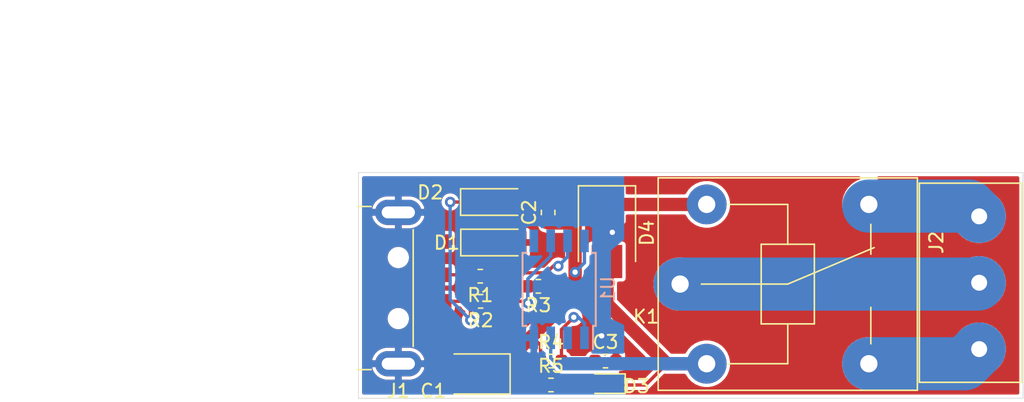
<source format=kicad_pcb>
(kicad_pcb (version 20171130) (host pcbnew 5.1.5+dfsg1-2build2)

  (general
    (thickness 1.6)
    (drawings 6)
    (tracks 85)
    (zones 0)
    (modules 16)
    (nets 15)
  )

  (page A4)
  (layers
    (0 F.Cu signal)
    (31 B.Cu signal)
    (32 B.Adhes user)
    (33 F.Adhes user)
    (34 B.Paste user)
    (35 F.Paste user)
    (36 B.SilkS user)
    (37 F.SilkS user)
    (38 B.Mask user)
    (39 F.Mask user)
    (40 Dwgs.User user)
    (41 Cmts.User user)
    (42 Eco1.User user)
    (43 Eco2.User user)
    (44 Edge.Cuts user)
    (45 Margin user)
    (46 B.CrtYd user)
    (47 F.CrtYd user)
    (48 B.Fab user)
    (49 F.Fab user)
  )

  (setup
    (last_trace_width 0.25)
    (trace_clearance 0.2)
    (zone_clearance 0.508)
    (zone_45_only no)
    (trace_min 0.2)
    (via_size 0.8)
    (via_drill 0.4)
    (via_min_size 0.4)
    (via_min_drill 0.3)
    (uvia_size 0.3)
    (uvia_drill 0.1)
    (uvias_allowed no)
    (uvia_min_size 0.2)
    (uvia_min_drill 0.1)
    (edge_width 0.05)
    (segment_width 0.2)
    (pcb_text_width 0.3)
    (pcb_text_size 1.5 1.5)
    (mod_edge_width 0.12)
    (mod_text_size 1 1)
    (mod_text_width 0.15)
    (pad_size 1.524 1.524)
    (pad_drill 0.762)
    (pad_to_mask_clearance 0.051)
    (solder_mask_min_width 0.25)
    (aux_axis_origin 130 107)
    (visible_elements FFFFFF7F)
    (pcbplotparams
      (layerselection 0x010fc_ffffffff)
      (usegerberextensions false)
      (usegerberattributes false)
      (usegerberadvancedattributes false)
      (creategerberjobfile false)
      (excludeedgelayer true)
      (linewidth 0.100000)
      (plotframeref false)
      (viasonmask false)
      (mode 1)
      (useauxorigin false)
      (hpglpennumber 1)
      (hpglpenspeed 20)
      (hpglpendiameter 15.000000)
      (psnegative false)
      (psa4output false)
      (plotreference true)
      (plotvalue true)
      (plotinvisibletext false)
      (padsonsilk false)
      (subtractmaskfromsilk false)
      (outputformat 1)
      (mirror false)
      (drillshape 1)
      (scaleselection 1)
      (outputdirectory ""))
  )

  (net 0 "")
  (net 1 GND)
  (net 2 +5V)
  (net 3 Reset)
  (net 4 "Net-(D1-Pad1)")
  (net 5 "Net-(D2-Pad1)")
  (net 6 "Net-(D3-Pad2)")
  (net 7 Rel)
  (net 8 03)
  (net 9 02)
  (net 10 O1)
  (net 11 D+)
  (net 12 D-)
  (net 13 "Net-(U1-Pad5)")
  (net 14 "Net-(U1-Pad2)")

  (net_class Default "Это класс цепей по умолчанию."
    (clearance 0.2)
    (trace_width 0.25)
    (via_dia 0.8)
    (via_drill 0.4)
    (uvia_dia 0.3)
    (uvia_drill 0.1)
    (add_net D+)
    (add_net D-)
    (add_net GND)
    (add_net "Net-(D1-Pad1)")
    (add_net "Net-(D2-Pad1)")
    (add_net "Net-(D3-Pad2)")
    (add_net "Net-(U1-Pad2)")
    (add_net "Net-(U1-Pad5)")
    (add_net Reset)
  )

  (net_class Power ""
    (clearance 0.2)
    (trace_width 1)
    (via_dia 0.8)
    (via_drill 0.4)
    (uvia_dia 0.3)
    (uvia_drill 0.1)
    (add_net +5V)
    (add_net Rel)
  )

  (net_class Relay ""
    (clearance 0.5)
    (trace_width 4)
    (via_dia 0.8)
    (via_drill 0.4)
    (uvia_dia 0.3)
    (uvia_drill 0.1)
    (add_net 02)
    (add_net 03)
    (add_net O1)
  )

  (module Package_SO:SOIJ-8_5.3x5.3mm_P1.27mm (layer B.Cu) (tedit 5A02F2D3) (tstamp 60D4A785)
    (at 145.1 115.8 90)
    (descr "8-Lead Plastic Small Outline (SM) - Medium, 5.28 mm Body [SOIC] (see Microchip Packaging Specification 00000049BS.pdf)")
    (tags "SOIC 1.27")
    (path /60D4F4A4)
    (attr smd)
    (fp_text reference U1 (at 0 3.68 90) (layer B.SilkS)
      (effects (font (size 1 1) (thickness 0.15)) (justify mirror))
    )
    (fp_text value ATtiny45-20SU (at 0 -3.68 90) (layer B.Fab)
      (effects (font (size 1 1) (thickness 0.15)) (justify mirror))
    )
    (fp_line (start -2.75 2.55) (end -4.5 2.55) (layer B.SilkS) (width 0.15))
    (fp_line (start -2.75 -2.755) (end 2.75 -2.755) (layer B.SilkS) (width 0.15))
    (fp_line (start -2.75 2.755) (end 2.75 2.755) (layer B.SilkS) (width 0.15))
    (fp_line (start -2.75 -2.755) (end -2.75 -2.455) (layer B.SilkS) (width 0.15))
    (fp_line (start 2.75 -2.755) (end 2.75 -2.455) (layer B.SilkS) (width 0.15))
    (fp_line (start 2.75 2.755) (end 2.75 2.455) (layer B.SilkS) (width 0.15))
    (fp_line (start -2.75 2.755) (end -2.75 2.55) (layer B.SilkS) (width 0.15))
    (fp_line (start -4.75 -2.95) (end 4.75 -2.95) (layer B.CrtYd) (width 0.05))
    (fp_line (start -4.75 2.95) (end 4.75 2.95) (layer B.CrtYd) (width 0.05))
    (fp_line (start 4.75 2.95) (end 4.75 -2.95) (layer B.CrtYd) (width 0.05))
    (fp_line (start -4.75 2.95) (end -4.75 -2.95) (layer B.CrtYd) (width 0.05))
    (fp_line (start -2.65 1.65) (end -1.65 2.65) (layer B.Fab) (width 0.15))
    (fp_line (start -2.65 -2.65) (end -2.65 1.65) (layer B.Fab) (width 0.15))
    (fp_line (start 2.65 -2.65) (end -2.65 -2.65) (layer B.Fab) (width 0.15))
    (fp_line (start 2.65 2.65) (end 2.65 -2.65) (layer B.Fab) (width 0.15))
    (fp_line (start -1.65 2.65) (end 2.65 2.65) (layer B.Fab) (width 0.15))
    (fp_text user %R (at 0 0 90) (layer B.Fab)
      (effects (font (size 1 1) (thickness 0.15)) (justify mirror))
    )
    (pad 8 smd rect (at 3.65 1.905 90) (size 1.7 0.65) (layers B.Cu B.Paste B.Mask)
      (net 2 +5V))
    (pad 7 smd rect (at 3.65 0.635 90) (size 1.7 0.65) (layers B.Cu B.Paste B.Mask)
      (net 11 D+))
    (pad 6 smd rect (at 3.65 -0.635 90) (size 1.7 0.65) (layers B.Cu B.Paste B.Mask)
      (net 12 D-))
    (pad 5 smd rect (at 3.65 -1.905 90) (size 1.7 0.65) (layers B.Cu B.Paste B.Mask)
      (net 13 "Net-(U1-Pad5)"))
    (pad 4 smd rect (at -3.65 -1.905 90) (size 1.7 0.65) (layers B.Cu B.Paste B.Mask)
      (net 1 GND))
    (pad 3 smd rect (at -3.65 -0.635 90) (size 1.7 0.65) (layers B.Cu B.Paste B.Mask)
      (net 7 Rel))
    (pad 2 smd rect (at -3.65 0.635 90) (size 1.7 0.65) (layers B.Cu B.Paste B.Mask)
      (net 14 "Net-(U1-Pad2)"))
    (pad 1 smd rect (at -3.65 1.905 90) (size 1.7 0.65) (layers B.Cu B.Paste B.Mask)
      (net 3 Reset))
    (model ${KISYS3DMOD}/Package_SO.3dshapes/SOIJ-8_5.3x5.3mm_P1.27mm.wrl
      (at (xyz 0 0 0))
      (scale (xyz 1 1 1))
      (rotate (xyz 0 0 0))
    )
  )

  (module Resistor_SMD:R_0603_1608Metric (layer F.Cu) (tedit 5B301BBD) (tstamp 60D4CD70)
    (at 144.4875 123)
    (descr "Resistor SMD 0603 (1608 Metric), square (rectangular) end terminal, IPC_7351 nominal, (Body size source: http://www.tortai-tech.com/upload/download/2011102023233369053.pdf), generated with kicad-footprint-generator")
    (tags resistor)
    (path /60D5C09D)
    (attr smd)
    (fp_text reference R5 (at 0 -1.43) (layer F.SilkS)
      (effects (font (size 1 1) (thickness 0.15)))
    )
    (fp_text value 880 (at -2.2875 -0.5 90) (layer F.Fab)
      (effects (font (size 1 1) (thickness 0.15)))
    )
    (fp_text user %R (at 0 0) (layer F.Fab)
      (effects (font (size 0.4 0.4) (thickness 0.06)))
    )
    (fp_line (start 1.48 0.73) (end -1.48 0.73) (layer F.CrtYd) (width 0.05))
    (fp_line (start 1.48 -0.73) (end 1.48 0.73) (layer F.CrtYd) (width 0.05))
    (fp_line (start -1.48 -0.73) (end 1.48 -0.73) (layer F.CrtYd) (width 0.05))
    (fp_line (start -1.48 0.73) (end -1.48 -0.73) (layer F.CrtYd) (width 0.05))
    (fp_line (start -0.162779 0.51) (end 0.162779 0.51) (layer F.SilkS) (width 0.12))
    (fp_line (start -0.162779 -0.51) (end 0.162779 -0.51) (layer F.SilkS) (width 0.12))
    (fp_line (start 0.8 0.4) (end -0.8 0.4) (layer F.Fab) (width 0.1))
    (fp_line (start 0.8 -0.4) (end 0.8 0.4) (layer F.Fab) (width 0.1))
    (fp_line (start -0.8 -0.4) (end 0.8 -0.4) (layer F.Fab) (width 0.1))
    (fp_line (start -0.8 0.4) (end -0.8 -0.4) (layer F.Fab) (width 0.1))
    (pad 2 smd roundrect (at 0.7875 0) (size 0.875 0.95) (layers F.Cu F.Paste F.Mask) (roundrect_rratio 0.25)
      (net 6 "Net-(D3-Pad2)"))
    (pad 1 smd roundrect (at -0.7875 0) (size 0.875 0.95) (layers F.Cu F.Paste F.Mask) (roundrect_rratio 0.25)
      (net 2 +5V))
    (model ${KISYS3DMOD}/Resistor_SMD.3dshapes/R_0603_1608Metric.wrl
      (at (xyz 0 0 0))
      (scale (xyz 1 1 1))
      (rotate (xyz 0 0 0))
    )
  )

  (module Resistor_SMD:R_0603_1608Metric (layer F.Cu) (tedit 5B301BBD) (tstamp 60D4A757)
    (at 144.4875 121.2)
    (descr "Resistor SMD 0603 (1608 Metric), square (rectangular) end terminal, IPC_7351 nominal, (Body size source: http://www.tortai-tech.com/upload/download/2011102023233369053.pdf), generated with kicad-footprint-generator")
    (tags resistor)
    (path /60D5B8C4)
    (attr smd)
    (fp_text reference R4 (at 0 -1.43) (layer F.SilkS)
      (effects (font (size 1 1) (thickness 0.15)))
    )
    (fp_text value 10k (at 0 1.43) (layer F.Fab)
      (effects (font (size 1 1) (thickness 0.15)))
    )
    (fp_text user %R (at 0 0) (layer F.Fab)
      (effects (font (size 0.4 0.4) (thickness 0.06)))
    )
    (fp_line (start 1.48 0.73) (end -1.48 0.73) (layer F.CrtYd) (width 0.05))
    (fp_line (start 1.48 -0.73) (end 1.48 0.73) (layer F.CrtYd) (width 0.05))
    (fp_line (start -1.48 -0.73) (end 1.48 -0.73) (layer F.CrtYd) (width 0.05))
    (fp_line (start -1.48 0.73) (end -1.48 -0.73) (layer F.CrtYd) (width 0.05))
    (fp_line (start -0.162779 0.51) (end 0.162779 0.51) (layer F.SilkS) (width 0.12))
    (fp_line (start -0.162779 -0.51) (end 0.162779 -0.51) (layer F.SilkS) (width 0.12))
    (fp_line (start 0.8 0.4) (end -0.8 0.4) (layer F.Fab) (width 0.1))
    (fp_line (start 0.8 -0.4) (end 0.8 0.4) (layer F.Fab) (width 0.1))
    (fp_line (start -0.8 -0.4) (end 0.8 -0.4) (layer F.Fab) (width 0.1))
    (fp_line (start -0.8 0.4) (end -0.8 -0.4) (layer F.Fab) (width 0.1))
    (pad 2 smd roundrect (at 0.7875 0) (size 0.875 0.95) (layers F.Cu F.Paste F.Mask) (roundrect_rratio 0.25)
      (net 3 Reset))
    (pad 1 smd roundrect (at -0.7875 0) (size 0.875 0.95) (layers F.Cu F.Paste F.Mask) (roundrect_rratio 0.25)
      (net 2 +5V))
    (model ${KISYS3DMOD}/Resistor_SMD.3dshapes/R_0603_1608Metric.wrl
      (at (xyz 0 0 0))
      (scale (xyz 1 1 1))
      (rotate (xyz 0 0 0))
    )
  )

  (module Resistor_SMD:R_0603_1608Metric (layer F.Cu) (tedit 5B301BBD) (tstamp 60D4A746)
    (at 143.5355 115.57 180)
    (descr "Resistor SMD 0603 (1608 Metric), square (rectangular) end terminal, IPC_7351 nominal, (Body size source: http://www.tortai-tech.com/upload/download/2011102023233369053.pdf), generated with kicad-footprint-generator")
    (tags resistor)
    (path /60D5B450)
    (attr smd)
    (fp_text reference R3 (at 0 -1.43) (layer F.SilkS)
      (effects (font (size 1 1) (thickness 0.15)))
    )
    (fp_text value 880 (at 0 1.43) (layer F.Fab)
      (effects (font (size 1 1) (thickness 0.15)))
    )
    (fp_text user %R (at 0 0) (layer F.Fab)
      (effects (font (size 0.4 0.4) (thickness 0.06)))
    )
    (fp_line (start 1.48 0.73) (end -1.48 0.73) (layer F.CrtYd) (width 0.05))
    (fp_line (start 1.48 -0.73) (end 1.48 0.73) (layer F.CrtYd) (width 0.05))
    (fp_line (start -1.48 -0.73) (end 1.48 -0.73) (layer F.CrtYd) (width 0.05))
    (fp_line (start -1.48 0.73) (end -1.48 -0.73) (layer F.CrtYd) (width 0.05))
    (fp_line (start -0.162779 0.51) (end 0.162779 0.51) (layer F.SilkS) (width 0.12))
    (fp_line (start -0.162779 -0.51) (end 0.162779 -0.51) (layer F.SilkS) (width 0.12))
    (fp_line (start 0.8 0.4) (end -0.8 0.4) (layer F.Fab) (width 0.1))
    (fp_line (start 0.8 -0.4) (end 0.8 0.4) (layer F.Fab) (width 0.1))
    (fp_line (start -0.8 -0.4) (end 0.8 -0.4) (layer F.Fab) (width 0.1))
    (fp_line (start -0.8 0.4) (end -0.8 -0.4) (layer F.Fab) (width 0.1))
    (pad 2 smd roundrect (at 0.7875 0 180) (size 0.875 0.95) (layers F.Cu F.Paste F.Mask) (roundrect_rratio 0.25)
      (net 12 D-))
    (pad 1 smd roundrect (at -0.7875 0 180) (size 0.875 0.95) (layers F.Cu F.Paste F.Mask) (roundrect_rratio 0.25)
      (net 2 +5V))
    (model ${KISYS3DMOD}/Resistor_SMD.3dshapes/R_0603_1608Metric.wrl
      (at (xyz 0 0 0))
      (scale (xyz 1 1 1))
      (rotate (xyz 0 0 0))
    )
  )

  (module Resistor_SMD:R_0603_1608Metric (layer F.Cu) (tedit 5B301BBD) (tstamp 60D4B417)
    (at 139.192 116.7 180)
    (descr "Resistor SMD 0603 (1608 Metric), square (rectangular) end terminal, IPC_7351 nominal, (Body size source: http://www.tortai-tech.com/upload/download/2011102023233369053.pdf), generated with kicad-footprint-generator")
    (tags resistor)
    (path /60D5BD93)
    (attr smd)
    (fp_text reference R2 (at 0 -1.43) (layer F.SilkS)
      (effects (font (size 1 1) (thickness 0.15)))
    )
    (fp_text value 82 (at 0 1.43) (layer F.Fab)
      (effects (font (size 1 1) (thickness 0.15)))
    )
    (fp_text user %R (at 0 0) (layer F.Fab)
      (effects (font (size 0.4 0.4) (thickness 0.06)))
    )
    (fp_line (start 1.48 0.73) (end -1.48 0.73) (layer F.CrtYd) (width 0.05))
    (fp_line (start 1.48 -0.73) (end 1.48 0.73) (layer F.CrtYd) (width 0.05))
    (fp_line (start -1.48 -0.73) (end 1.48 -0.73) (layer F.CrtYd) (width 0.05))
    (fp_line (start -1.48 0.73) (end -1.48 -0.73) (layer F.CrtYd) (width 0.05))
    (fp_line (start -0.162779 0.51) (end 0.162779 0.51) (layer F.SilkS) (width 0.12))
    (fp_line (start -0.162779 -0.51) (end 0.162779 -0.51) (layer F.SilkS) (width 0.12))
    (fp_line (start 0.8 0.4) (end -0.8 0.4) (layer F.Fab) (width 0.1))
    (fp_line (start 0.8 -0.4) (end 0.8 0.4) (layer F.Fab) (width 0.1))
    (fp_line (start -0.8 -0.4) (end 0.8 -0.4) (layer F.Fab) (width 0.1))
    (fp_line (start -0.8 0.4) (end -0.8 -0.4) (layer F.Fab) (width 0.1))
    (pad 2 smd roundrect (at 0.7875 0 180) (size 0.875 0.95) (layers F.Cu F.Paste F.Mask) (roundrect_rratio 0.25)
      (net 5 "Net-(D2-Pad1)"))
    (pad 1 smd roundrect (at -0.7875 0 180) (size 0.875 0.95) (layers F.Cu F.Paste F.Mask) (roundrect_rratio 0.25)
      (net 12 D-))
    (model ${KISYS3DMOD}/Resistor_SMD.3dshapes/R_0603_1608Metric.wrl
      (at (xyz 0 0 0))
      (scale (xyz 1 1 1))
      (rotate (xyz 0 0 0))
    )
  )

  (module Resistor_SMD:R_0603_1608Metric (layer F.Cu) (tedit 5B301BBD) (tstamp 60D4B469)
    (at 139.1665 114.808 180)
    (descr "Resistor SMD 0603 (1608 Metric), square (rectangular) end terminal, IPC_7351 nominal, (Body size source: http://www.tortai-tech.com/upload/download/2011102023233369053.pdf), generated with kicad-footprint-generator")
    (tags resistor)
    (path /60D5BAF9)
    (attr smd)
    (fp_text reference R1 (at 0 -1.43) (layer F.SilkS)
      (effects (font (size 1 1) (thickness 0.15)))
    )
    (fp_text value 82 (at 0 1.43) (layer F.Fab)
      (effects (font (size 1 1) (thickness 0.15)))
    )
    (fp_text user %R (at 0 0) (layer F.Fab)
      (effects (font (size 0.4 0.4) (thickness 0.06)))
    )
    (fp_line (start 1.48 0.73) (end -1.48 0.73) (layer F.CrtYd) (width 0.05))
    (fp_line (start 1.48 -0.73) (end 1.48 0.73) (layer F.CrtYd) (width 0.05))
    (fp_line (start -1.48 -0.73) (end 1.48 -0.73) (layer F.CrtYd) (width 0.05))
    (fp_line (start -1.48 0.73) (end -1.48 -0.73) (layer F.CrtYd) (width 0.05))
    (fp_line (start -0.162779 0.51) (end 0.162779 0.51) (layer F.SilkS) (width 0.12))
    (fp_line (start -0.162779 -0.51) (end 0.162779 -0.51) (layer F.SilkS) (width 0.12))
    (fp_line (start 0.8 0.4) (end -0.8 0.4) (layer F.Fab) (width 0.1))
    (fp_line (start 0.8 -0.4) (end 0.8 0.4) (layer F.Fab) (width 0.1))
    (fp_line (start -0.8 -0.4) (end 0.8 -0.4) (layer F.Fab) (width 0.1))
    (fp_line (start -0.8 0.4) (end -0.8 -0.4) (layer F.Fab) (width 0.1))
    (pad 2 smd roundrect (at 0.7875 0 180) (size 0.875 0.95) (layers F.Cu F.Paste F.Mask) (roundrect_rratio 0.25)
      (net 4 "Net-(D1-Pad1)"))
    (pad 1 smd roundrect (at -0.7875 0 180) (size 0.875 0.95) (layers F.Cu F.Paste F.Mask) (roundrect_rratio 0.25)
      (net 11 D+))
    (model ${KISYS3DMOD}/Resistor_SMD.3dshapes/R_0603_1608Metric.wrl
      (at (xyz 0 0 0))
      (scale (xyz 1 1 1))
      (rotate (xyz 0 0 0))
    )
  )

  (module Relay_THT_U:HLS8 (layer F.Cu) (tedit 60D44CD1) (tstamp 60D4A9EE)
    (at 162.3 115.4)
    (path /60D47F3F)
    (fp_text reference K1 (at -10.662 2.456) (layer F.SilkS)
      (effects (font (size 1 1) (thickness 0.15)))
    )
    (fp_text value HLS8 (at 0 0) (layer F.Fab)
      (effects (font (size 1 1) (thickness 0.15)))
    )
    (fp_line (start 0 0) (end 6.5 -2.75) (layer F.SilkS) (width 0.12))
    (fp_line (start -9.5 7.75) (end -9.5 -7.75) (layer F.Fab) (width 0.12))
    (fp_line (start 9.5 7.75) (end -9.5 7.75) (layer F.Fab) (width 0.12))
    (fp_line (start 9.5 -7.75) (end 9.5 7.75) (layer F.Fab) (width 0.12))
    (fp_line (start -9.5 -7.75) (end 9.5 -7.75) (layer F.Fab) (width 0.12))
    (fp_line (start 2 -3) (end 2 3) (layer F.SilkS) (width 0.12))
    (fp_line (start -2 -3) (end -2 3) (layer F.SilkS) (width 0.12))
    (fp_line (start 2 3) (end 0 3) (layer F.SilkS) (width 0.12))
    (fp_line (start 0 3) (end -2 3) (layer F.SilkS) (width 0.12))
    (fp_line (start 2 -3) (end 0 -3) (layer F.SilkS) (width 0.12))
    (fp_line (start 0 3) (end 0 6) (layer F.SilkS) (width 0.12))
    (fp_line (start -4.5 6) (end 0 6) (layer F.SilkS) (width 0.12))
    (fp_line (start 0 -3) (end -2 -3) (layer F.SilkS) (width 0.12))
    (fp_line (start 0 -6) (end 0 -3) (layer F.SilkS) (width 0.12))
    (fp_line (start -4.5 -6) (end 0 -6) (layer F.SilkS) (width 0.12))
    (fp_line (start 6.25 -4.5) (end 6.25 -2.25) (layer F.SilkS) (width 0.12))
    (fp_line (start 6.25 4.5) (end 6.25 1.75) (layer F.SilkS) (width 0.12))
    (fp_line (start -6.5 0) (end 0 0) (layer F.SilkS) (width 0.12))
    (fp_line (start -9.75 8) (end 9.75 8) (layer F.SilkS) (width 0.12))
    (fp_line (start 9.75 -8) (end 9.75 8) (layer F.SilkS) (width 0.12))
    (fp_line (start -9.75 -8) (end -9.75 8) (layer F.SilkS) (width 0.12))
    (fp_line (start -9.75 -8) (end 9.75 -8) (layer F.SilkS) (width 0.12))
    (pad 5 thru_hole circle (at -8.1 0) (size 3 3) (drill 1.3) (layers *.Cu *.Mask)
      (net 9 02))
    (pad 4 thru_hole circle (at -6.1 6) (size 3 3) (drill 1.3) (layers *.Cu *.Mask)
      (net 7 Rel))
    (pad 3 thru_hole circle (at 6.1 6) (size 3 3) (drill 1.3) (layers *.Cu *.Mask)
      (net 8 03))
    (pad 2 thru_hole circle (at 6.1 -6) (size 3 3) (drill 1.3) (layers *.Cu *.Mask)
      (net 10 O1))
    (pad 1 thru_hole circle (at -6.1 -6) (size 3 3) (drill 1.3) (layers *.Cu *.Mask)
      (net 2 +5V))
    (model ${KIUSR3DMOD}/Relay_THT.3dshapes/HLS8.step
      (at (xyz 0 0 0))
      (scale (xyz 1 1 1))
      (rotate (xyz 0 0 0))
    )
  )

  (module Connector_KF:KF301_5.0_3 (layer F.Cu) (tedit 60D45D05) (tstamp 60D4A6F4)
    (at 176.7 115.3 90)
    (path /60D48CA5)
    (fp_text reference J2 (at 3.032 -3.218 90) (layer F.SilkS)
      (effects (font (size 1 1) (thickness 0.15)))
    )
    (fp_text value OUT (at 0 -3 90) (layer F.Fab)
      (effects (font (size 1 1) (thickness 0.15)))
    )
    (fp_line (start -7.5 3.2) (end 7.5 3.2) (layer F.SilkS) (width 0.12))
    (fp_line (start -7.5 -4.5) (end 7.5 -4.5) (layer F.SilkS) (width 0.12))
    (fp_line (start 7.5 3.2) (end 7.5 -4.5) (layer F.SilkS) (width 0.12))
    (fp_line (start -7.5 3.2) (end -7.5 -4.5) (layer F.SilkS) (width 0.12))
    (pad 3 thru_hole circle (at 5 0 90) (size 3 3) (drill 1.2) (layers *.Cu *.Mask)
      (net 10 O1))
    (pad 2 thru_hole circle (at 0 0 90) (size 3 3) (drill 1.2) (layers *.Cu *.Mask)
      (net 9 02))
    (pad 1 thru_hole circle (at -5 0 90) (size 3 3) (drill 1.2) (layers *.Cu *.Mask)
      (net 8 03))
    (model ${KIUSR3DMOD}/Connector_KF.3dshapes/KF_301_5.0_3.step
      (at (xyz 0 0 0))
      (scale (xyz 1 1 1))
      (rotate (xyz 0 0 0))
    )
  )

  (module Connector_USB:USB_A_CNCTech_1001-011-01101_Horizontal (layer F.Cu) (tedit 5AFEF547) (tstamp 60D4BAC4)
    (at 126.1 115.7 180)
    (descr http://cnctech.us/pdfs/1001-011-01101.pdf)
    (tags USB-A)
    (path /60D44739)
    (attr smd)
    (fp_text reference J1 (at -6.9 -7.744) (layer F.SilkS)
      (effects (font (size 1 1) (thickness 0.15)))
    )
    (fp_text value USB_A (at -6.742 7.75 180) (layer F.Fab)
      (effects (font (size 1 1) (thickness 0.15)))
    )
    (fp_line (start -11.4 4.55) (end -9.15 4.55) (layer F.CrtYd) (width 0.05))
    (fp_line (start -9.15 4.55) (end -9.15 7.15) (layer F.CrtYd) (width 0.05))
    (fp_line (start -9.15 7.15) (end -4.65 7.15) (layer F.CrtYd) (width 0.05))
    (fp_line (start -4.65 7.15) (end -4.65 6.52) (layer F.CrtYd) (width 0.05))
    (fp_line (start -4.65 6.52) (end 11.4 6.52) (layer F.CrtYd) (width 0.05))
    (fp_text user %R (at -6 0 90) (layer F.Fab)
      (effects (font (size 1 1) (thickness 0.15)))
    )
    (fp_line (start 11.4 6.52) (end 11.4 -6.52) (layer F.CrtYd) (width 0.05))
    (fp_line (start -4.65 -6.52) (end 11.4 -6.52) (layer F.CrtYd) (width 0.05))
    (fp_line (start -4.65 -6.52) (end -4.65 -7.15) (layer F.CrtYd) (width 0.05))
    (fp_line (start -9.15 -7.15) (end -4.65 -7.15) (layer F.CrtYd) (width 0.05))
    (fp_line (start -9.15 -7.15) (end -9.15 -4.55) (layer F.CrtYd) (width 0.05))
    (fp_line (start -11.4 -4.55) (end -9.15 -4.55) (layer F.CrtYd) (width 0.05))
    (fp_line (start -11.4 4.55) (end -11.4 -4.55) (layer F.CrtYd) (width 0.05))
    (fp_line (start -4.85 6.145) (end -3.8 6.145) (layer F.SilkS) (width 0.12))
    (fp_line (start -4.85 -6.145) (end -3.8 -6.145) (layer F.SilkS) (width 0.12))
    (fp_text user "PCB Edge" (at -4.55 -0.05 90) (layer Dwgs.User)
      (effects (font (size 0.6 0.6) (thickness 0.09)))
    )
    (fp_line (start -3.8 6.025) (end -3.8 -6.025) (layer Dwgs.User) (width 0.1))
    (fp_line (start -8.02 -4.4) (end -8.02 4.4) (layer F.SilkS) (width 0.12))
    (fp_circle (center -6.9 2.3) (end -6.9 2.8) (layer F.Fab) (width 0.1))
    (fp_circle (center -6.9 -2.3) (end -6.9 -2.8) (layer F.Fab) (width 0.1))
    (fp_line (start -10.4 -3.25) (end -7.9 -3.25) (layer F.Fab) (width 0.1))
    (fp_line (start -10.4 -3.25) (end -10.4 -3.75) (layer F.Fab) (width 0.1))
    (fp_line (start -10.4 -3.75) (end -7.9 -3.75) (layer F.Fab) (width 0.1))
    (fp_line (start -10.4 -1.25) (end -7.9 -1.25) (layer F.Fab) (width 0.1))
    (fp_line (start -10.4 -0.75) (end -7.9 -0.75) (layer F.Fab) (width 0.1))
    (fp_line (start -10.4 -0.75) (end -10.4 -1.25) (layer F.Fab) (width 0.1))
    (fp_line (start -10.4 1.25) (end -7.9 1.25) (layer F.Fab) (width 0.1))
    (fp_line (start -10.4 1.25) (end -10.4 0.75) (layer F.Fab) (width 0.1))
    (fp_line (start -10.4 0.75) (end -7.9 0.75) (layer F.Fab) (width 0.1))
    (fp_line (start -10.4 3.75) (end -7.9 3.75) (layer F.Fab) (width 0.1))
    (fp_line (start -10.4 3.25) (end -7.9 3.25) (layer F.Fab) (width 0.1))
    (fp_line (start -10.4 3.75) (end -10.4 3.25) (layer F.Fab) (width 0.1))
    (fp_line (start 10.9 6.025) (end 10.9 -6.025) (layer F.Fab) (width 0.1))
    (fp_line (start -7.9 6.025) (end 10.9 6.025) (layer F.Fab) (width 0.1))
    (fp_line (start -7.9 -6.025) (end 10.9 -6.025) (layer F.Fab) (width 0.1))
    (fp_line (start -7.9 6.025) (end -7.9 -6.025) (layer F.Fab) (width 0.1))
    (pad "" np_thru_hole circle (at -6.9 2.3 180) (size 1.1 1.1) (drill 1.1) (layers *.Cu *.Mask))
    (pad "" np_thru_hole circle (at -6.9 -2.3 180) (size 1.1 1.1) (drill 1.1) (layers *.Cu *.Mask))
    (pad 5 thru_hole oval (at -6.9 5.7 180) (size 3.5 1.9) (drill oval 2.5 0.9) (layers *.Cu *.Mask)
      (net 1 GND))
    (pad 5 thru_hole oval (at -6.9 -5.7 180) (size 3.5 1.9) (drill oval 2.5 0.9) (layers *.Cu *.Mask)
      (net 1 GND))
    (pad 4 smd rect (at -9.65 3.5 180) (size 2.5 1.1) (layers F.Cu F.Paste F.Mask)
      (net 1 GND))
    (pad 1 smd rect (at -9.65 -3.5 180) (size 2.5 1.1) (layers F.Cu F.Paste F.Mask)
      (net 2 +5V))
    (pad 3 smd rect (at -9.65 1 180) (size 2.5 1.1) (layers F.Cu F.Paste F.Mask)
      (net 4 "Net-(D1-Pad1)"))
    (pad 2 smd rect (at -9.65 -1 180) (size 2.5 1.1) (layers F.Cu F.Paste F.Mask)
      (net 5 "Net-(D2-Pad1)"))
    (model ${KIUSR3DMOD}/Connector_USB.3dshapes/USB_A_CNCTech_1001-011-01101_Horizontal.step
      (at (xyz 0 0 0))
      (scale (xyz 1 1 1))
      (rotate (xyz 0 0 0))
    )
  )

  (module Diode_SMD:D_SMB (layer F.Cu) (tedit 58645DF3) (tstamp 60D4A6B9)
    (at 148.7 111.55 270)
    (descr "Diode SMB (DO-214AA)")
    (tags "Diode SMB (DO-214AA)")
    (path /60D4C326)
    (attr smd)
    (fp_text reference D4 (at 0 -3 90) (layer F.SilkS)
      (effects (font (size 1 1) (thickness 0.15)))
    )
    (fp_text value D (at 0 3.1 90) (layer F.Fab)
      (effects (font (size 1 1) (thickness 0.15)))
    )
    (fp_line (start -3.55 -2.15) (end 2.15 -2.15) (layer F.SilkS) (width 0.12))
    (fp_line (start -3.55 2.15) (end 2.15 2.15) (layer F.SilkS) (width 0.12))
    (fp_line (start -0.64944 0.00102) (end 0.50118 -0.79908) (layer F.Fab) (width 0.1))
    (fp_line (start -0.64944 0.00102) (end 0.50118 0.75032) (layer F.Fab) (width 0.1))
    (fp_line (start 0.50118 0.75032) (end 0.50118 -0.79908) (layer F.Fab) (width 0.1))
    (fp_line (start -0.64944 -0.79908) (end -0.64944 0.80112) (layer F.Fab) (width 0.1))
    (fp_line (start 0.50118 0.00102) (end 1.4994 0.00102) (layer F.Fab) (width 0.1))
    (fp_line (start -0.64944 0.00102) (end -1.55114 0.00102) (layer F.Fab) (width 0.1))
    (fp_line (start -3.65 2.25) (end -3.65 -2.25) (layer F.CrtYd) (width 0.05))
    (fp_line (start 3.65 2.25) (end -3.65 2.25) (layer F.CrtYd) (width 0.05))
    (fp_line (start 3.65 -2.25) (end 3.65 2.25) (layer F.CrtYd) (width 0.05))
    (fp_line (start -3.65 -2.25) (end 3.65 -2.25) (layer F.CrtYd) (width 0.05))
    (fp_line (start 2.3 -2) (end -2.3 -2) (layer F.Fab) (width 0.1))
    (fp_line (start 2.3 -2) (end 2.3 2) (layer F.Fab) (width 0.1))
    (fp_line (start -2.3 2) (end -2.3 -2) (layer F.Fab) (width 0.1))
    (fp_line (start 2.3 2) (end -2.3 2) (layer F.Fab) (width 0.1))
    (fp_line (start -3.55 -2.15) (end -3.55 2.15) (layer F.SilkS) (width 0.12))
    (fp_text user %R (at 0 -3 90) (layer F.Fab)
      (effects (font (size 1 1) (thickness 0.15)))
    )
    (pad 2 smd rect (at 2.15 0 270) (size 2.5 2.3) (layers F.Cu F.Paste F.Mask)
      (net 7 Rel))
    (pad 1 smd rect (at -2.15 0 270) (size 2.5 2.3) (layers F.Cu F.Paste F.Mask)
      (net 2 +5V))
    (model ${KISYS3DMOD}/Diode_SMD.3dshapes/D_SMB.wrl
      (at (xyz 0 0 0))
      (scale (xyz 1 1 1))
      (rotate (xyz 0 0 0))
    )
  )

  (module LED_SMD:LED_0603_1608Metric (layer F.Cu) (tedit 5B301BBE) (tstamp 60D4A6A1)
    (at 148.5875 122.9 180)
    (descr "LED SMD 0603 (1608 Metric), square (rectangular) end terminal, IPC_7351 nominal, (Body size source: http://www.tortai-tech.com/upload/download/2011102023233369053.pdf), generated with kicad-footprint-generator")
    (tags diode)
    (path /60D58A6D)
    (attr smd)
    (fp_text reference D3 (at -2.3505 -0.19) (layer F.SilkS)
      (effects (font (size 1 1) (thickness 0.15)))
    )
    (fp_text value LED (at 0 1.43) (layer F.Fab)
      (effects (font (size 1 1) (thickness 0.15)))
    )
    (fp_text user %R (at 0 0) (layer F.Fab)
      (effects (font (size 0.4 0.4) (thickness 0.06)))
    )
    (fp_line (start 1.48 0.73) (end -1.48 0.73) (layer F.CrtYd) (width 0.05))
    (fp_line (start 1.48 -0.73) (end 1.48 0.73) (layer F.CrtYd) (width 0.05))
    (fp_line (start -1.48 -0.73) (end 1.48 -0.73) (layer F.CrtYd) (width 0.05))
    (fp_line (start -1.48 0.73) (end -1.48 -0.73) (layer F.CrtYd) (width 0.05))
    (fp_line (start -1.485 0.735) (end 0.8 0.735) (layer F.SilkS) (width 0.12))
    (fp_line (start -1.485 -0.735) (end -1.485 0.735) (layer F.SilkS) (width 0.12))
    (fp_line (start 0.8 -0.735) (end -1.485 -0.735) (layer F.SilkS) (width 0.12))
    (fp_line (start 0.8 0.4) (end 0.8 -0.4) (layer F.Fab) (width 0.1))
    (fp_line (start -0.8 0.4) (end 0.8 0.4) (layer F.Fab) (width 0.1))
    (fp_line (start -0.8 -0.1) (end -0.8 0.4) (layer F.Fab) (width 0.1))
    (fp_line (start -0.5 -0.4) (end -0.8 -0.1) (layer F.Fab) (width 0.1))
    (fp_line (start 0.8 -0.4) (end -0.5 -0.4) (layer F.Fab) (width 0.1))
    (pad 2 smd roundrect (at 0.7875 0 180) (size 0.875 0.95) (layers F.Cu F.Paste F.Mask) (roundrect_rratio 0.25)
      (net 6 "Net-(D3-Pad2)"))
    (pad 1 smd roundrect (at -0.7875 0 180) (size 0.875 0.95) (layers F.Cu F.Paste F.Mask) (roundrect_rratio 0.25)
      (net 7 Rel))
    (model ${KISYS3DMOD}/LED_SMD.3dshapes/LED_0603_1608Metric.wrl
      (at (xyz 0 0 0))
      (scale (xyz 1 1 1))
      (rotate (xyz 0 0 0))
    )
  )

  (module Diode_SMD:D_MiniMELF (layer F.Cu) (tedit 5905D8F5) (tstamp 60D4A68E)
    (at 140.236 109.22)
    (descr "Diode Mini-MELF")
    (tags "Diode Mini-MELF")
    (path /60D5822C)
    (attr smd)
    (fp_text reference D2 (at -4.836 -0.72) (layer F.SilkS)
      (effects (font (size 1 1) (thickness 0.15)))
    )
    (fp_text value 3.6V (at 0 1.75) (layer F.Fab)
      (effects (font (size 1 1) (thickness 0.15)))
    )
    (fp_line (start -2.65 1.1) (end -2.65 -1.1) (layer F.CrtYd) (width 0.05))
    (fp_line (start 2.65 1.1) (end -2.65 1.1) (layer F.CrtYd) (width 0.05))
    (fp_line (start 2.65 -1.1) (end 2.65 1.1) (layer F.CrtYd) (width 0.05))
    (fp_line (start -2.65 -1.1) (end 2.65 -1.1) (layer F.CrtYd) (width 0.05))
    (fp_line (start -0.75 0) (end -0.35 0) (layer F.Fab) (width 0.1))
    (fp_line (start -0.35 0) (end -0.35 -0.55) (layer F.Fab) (width 0.1))
    (fp_line (start -0.35 0) (end -0.35 0.55) (layer F.Fab) (width 0.1))
    (fp_line (start -0.35 0) (end 0.25 -0.4) (layer F.Fab) (width 0.1))
    (fp_line (start 0.25 -0.4) (end 0.25 0.4) (layer F.Fab) (width 0.1))
    (fp_line (start 0.25 0.4) (end -0.35 0) (layer F.Fab) (width 0.1))
    (fp_line (start 0.25 0) (end 0.75 0) (layer F.Fab) (width 0.1))
    (fp_line (start -1.65 -0.8) (end 1.65 -0.8) (layer F.Fab) (width 0.1))
    (fp_line (start -1.65 0.8) (end -1.65 -0.8) (layer F.Fab) (width 0.1))
    (fp_line (start 1.65 0.8) (end -1.65 0.8) (layer F.Fab) (width 0.1))
    (fp_line (start 1.65 -0.8) (end 1.65 0.8) (layer F.Fab) (width 0.1))
    (fp_line (start -2.55 1) (end 1.75 1) (layer F.SilkS) (width 0.12))
    (fp_line (start -2.55 -1) (end -2.55 1) (layer F.SilkS) (width 0.12))
    (fp_line (start 1.75 -1) (end -2.55 -1) (layer F.SilkS) (width 0.12))
    (fp_text user %R (at 0 0.08) (layer F.Fab)
      (effects (font (size 1 1) (thickness 0.15)))
    )
    (pad 2 smd rect (at 1.75 0) (size 1.3 1.7) (layers F.Cu F.Paste F.Mask)
      (net 1 GND))
    (pad 1 smd rect (at -1.75 0) (size 1.3 1.7) (layers F.Cu F.Paste F.Mask)
      (net 5 "Net-(D2-Pad1)"))
    (model ${KISYS3DMOD}/Diode_SMD.3dshapes/D_MiniMELF.wrl
      (at (xyz 0 0 0))
      (scale (xyz 1 1 1))
      (rotate (xyz 0 0 0))
    )
  )

  (module Diode_SMD:D_MiniMELF (layer F.Cu) (tedit 5905D8F5) (tstamp 60D4A675)
    (at 140.25 112.268)
    (descr "Diode Mini-MELF")
    (tags "Diode Mini-MELF")
    (path /60D57AA9)
    (attr smd)
    (fp_text reference D1 (at -3.598 0.02) (layer F.SilkS)
      (effects (font (size 1 1) (thickness 0.15)))
    )
    (fp_text value 3.6V (at 0 1.75) (layer F.Fab)
      (effects (font (size 1 1) (thickness 0.15)))
    )
    (fp_line (start -2.65 1.1) (end -2.65 -1.1) (layer F.CrtYd) (width 0.05))
    (fp_line (start 2.65 1.1) (end -2.65 1.1) (layer F.CrtYd) (width 0.05))
    (fp_line (start 2.65 -1.1) (end 2.65 1.1) (layer F.CrtYd) (width 0.05))
    (fp_line (start -2.65 -1.1) (end 2.65 -1.1) (layer F.CrtYd) (width 0.05))
    (fp_line (start -0.75 0) (end -0.35 0) (layer F.Fab) (width 0.1))
    (fp_line (start -0.35 0) (end -0.35 -0.55) (layer F.Fab) (width 0.1))
    (fp_line (start -0.35 0) (end -0.35 0.55) (layer F.Fab) (width 0.1))
    (fp_line (start -0.35 0) (end 0.25 -0.4) (layer F.Fab) (width 0.1))
    (fp_line (start 0.25 -0.4) (end 0.25 0.4) (layer F.Fab) (width 0.1))
    (fp_line (start 0.25 0.4) (end -0.35 0) (layer F.Fab) (width 0.1))
    (fp_line (start 0.25 0) (end 0.75 0) (layer F.Fab) (width 0.1))
    (fp_line (start -1.65 -0.8) (end 1.65 -0.8) (layer F.Fab) (width 0.1))
    (fp_line (start -1.65 0.8) (end -1.65 -0.8) (layer F.Fab) (width 0.1))
    (fp_line (start 1.65 0.8) (end -1.65 0.8) (layer F.Fab) (width 0.1))
    (fp_line (start 1.65 -0.8) (end 1.65 0.8) (layer F.Fab) (width 0.1))
    (fp_line (start -2.55 1) (end 1.75 1) (layer F.SilkS) (width 0.12))
    (fp_line (start -2.55 -1) (end -2.55 1) (layer F.SilkS) (width 0.12))
    (fp_line (start 1.75 -1) (end -2.55 -1) (layer F.SilkS) (width 0.12))
    (fp_text user %R (at 0 0.02) (layer F.Fab)
      (effects (font (size 1 1) (thickness 0.15)))
    )
    (pad 2 smd rect (at 1.75 0) (size 1.3 1.7) (layers F.Cu F.Paste F.Mask)
      (net 1 GND))
    (pad 1 smd rect (at -1.75 0) (size 1.3 1.7) (layers F.Cu F.Paste F.Mask)
      (net 4 "Net-(D1-Pad1)"))
    (model ${KISYS3DMOD}/Diode_SMD.3dshapes/D_MiniMELF.wrl
      (at (xyz 0 0 0))
      (scale (xyz 1 1 1))
      (rotate (xyz 0 0 0))
    )
  )

  (module Capacitor_SMD:C_0603_1608Metric (layer F.Cu) (tedit 5B301BBE) (tstamp 60D4A65C)
    (at 148.5875 121.2)
    (descr "Capacitor SMD 0603 (1608 Metric), square (rectangular) end terminal, IPC_7351 nominal, (Body size source: http://www.tortai-tech.com/upload/download/2011102023233369053.pdf), generated with kicad-footprint-generator")
    (tags capacitor)
    (path /60D5A551)
    (attr smd)
    (fp_text reference C3 (at 0 -1.43) (layer F.SilkS)
      (effects (font (size 1 1) (thickness 0.15)))
    )
    (fp_text value 100n (at 0 1.43) (layer F.Fab)
      (effects (font (size 1 1) (thickness 0.15)))
    )
    (fp_text user %R (at 0 0) (layer F.Fab)
      (effects (font (size 0.4 0.4) (thickness 0.06)))
    )
    (fp_line (start 1.48 0.73) (end -1.48 0.73) (layer F.CrtYd) (width 0.05))
    (fp_line (start 1.48 -0.73) (end 1.48 0.73) (layer F.CrtYd) (width 0.05))
    (fp_line (start -1.48 -0.73) (end 1.48 -0.73) (layer F.CrtYd) (width 0.05))
    (fp_line (start -1.48 0.73) (end -1.48 -0.73) (layer F.CrtYd) (width 0.05))
    (fp_line (start -0.162779 0.51) (end 0.162779 0.51) (layer F.SilkS) (width 0.12))
    (fp_line (start -0.162779 -0.51) (end 0.162779 -0.51) (layer F.SilkS) (width 0.12))
    (fp_line (start 0.8 0.4) (end -0.8 0.4) (layer F.Fab) (width 0.1))
    (fp_line (start 0.8 -0.4) (end 0.8 0.4) (layer F.Fab) (width 0.1))
    (fp_line (start -0.8 -0.4) (end 0.8 -0.4) (layer F.Fab) (width 0.1))
    (fp_line (start -0.8 0.4) (end -0.8 -0.4) (layer F.Fab) (width 0.1))
    (pad 2 smd roundrect (at 0.7875 0) (size 0.875 0.95) (layers F.Cu F.Paste F.Mask) (roundrect_rratio 0.25)
      (net 1 GND))
    (pad 1 smd roundrect (at -0.7875 0) (size 0.875 0.95) (layers F.Cu F.Paste F.Mask) (roundrect_rratio 0.25)
      (net 3 Reset))
    (model ${KISYS3DMOD}/Capacitor_SMD.3dshapes/C_0603_1608Metric.wrl
      (at (xyz 0 0 0))
      (scale (xyz 1 1 1))
      (rotate (xyz 0 0 0))
    )
  )

  (module Capacitor_SMD:C_0603_1608Metric (layer F.Cu) (tedit 5B301BBE) (tstamp 60D4A64B)
    (at 144.272 110.0075 90)
    (descr "Capacitor SMD 0603 (1608 Metric), square (rectangular) end terminal, IPC_7351 nominal, (Body size source: http://www.tortai-tech.com/upload/download/2011102023233369053.pdf), generated with kicad-footprint-generator")
    (tags capacitor)
    (path /60D597DE)
    (attr smd)
    (fp_text reference C2 (at 0 -1.43 90) (layer F.SilkS)
      (effects (font (size 1 1) (thickness 0.15)))
    )
    (fp_text value 100n (at 0 1.43 90) (layer F.Fab)
      (effects (font (size 1 1) (thickness 0.15)))
    )
    (fp_text user %R (at 0 0 90) (layer F.Fab)
      (effects (font (size 0.4 0.4) (thickness 0.06)))
    )
    (fp_line (start 1.48 0.73) (end -1.48 0.73) (layer F.CrtYd) (width 0.05))
    (fp_line (start 1.48 -0.73) (end 1.48 0.73) (layer F.CrtYd) (width 0.05))
    (fp_line (start -1.48 -0.73) (end 1.48 -0.73) (layer F.CrtYd) (width 0.05))
    (fp_line (start -1.48 0.73) (end -1.48 -0.73) (layer F.CrtYd) (width 0.05))
    (fp_line (start -0.162779 0.51) (end 0.162779 0.51) (layer F.SilkS) (width 0.12))
    (fp_line (start -0.162779 -0.51) (end 0.162779 -0.51) (layer F.SilkS) (width 0.12))
    (fp_line (start 0.8 0.4) (end -0.8 0.4) (layer F.Fab) (width 0.1))
    (fp_line (start 0.8 -0.4) (end 0.8 0.4) (layer F.Fab) (width 0.1))
    (fp_line (start -0.8 -0.4) (end 0.8 -0.4) (layer F.Fab) (width 0.1))
    (fp_line (start -0.8 0.4) (end -0.8 -0.4) (layer F.Fab) (width 0.1))
    (pad 2 smd roundrect (at 0.7875 0 90) (size 0.875 0.95) (layers F.Cu F.Paste F.Mask) (roundrect_rratio 0.25)
      (net 1 GND))
    (pad 1 smd roundrect (at -0.7875 0 90) (size 0.875 0.95) (layers F.Cu F.Paste F.Mask) (roundrect_rratio 0.25)
      (net 2 +5V))
    (model ${KISYS3DMOD}/Capacitor_SMD.3dshapes/C_0603_1608Metric.wrl
      (at (xyz 0 0 0))
      (scale (xyz 1 1 1))
      (rotate (xyz 0 0 0))
    )
  )

  (module Capacitor_Tantalum_SMD:CP_EIA-3528-12_Kemet-T (layer F.Cu) (tedit 5B342532) (tstamp 60D4A63A)
    (at 138.9515 122.174 180)
    (descr "Tantalum Capacitor SMD Kemet-T (3528-12 Metric), IPC_7351 nominal, (Body size from: http://www.kemet.com/Lists/ProductCatalog/Attachments/253/KEM_TC101_STD.pdf), generated with kicad-footprint-generator")
    (tags "capacitor tantalum")
    (path /60D52274)
    (attr smd)
    (fp_text reference C1 (at 3.3155 -1.27) (layer F.SilkS)
      (effects (font (size 1 1) (thickness 0.15)))
    )
    (fp_text value 47uF (at 0 2.35) (layer F.Fab)
      (effects (font (size 1 1) (thickness 0.15)))
    )
    (fp_text user %R (at 0 0) (layer F.Fab)
      (effects (font (size 0.88 0.88) (thickness 0.13)))
    )
    (fp_line (start 2.45 1.65) (end -2.45 1.65) (layer F.CrtYd) (width 0.05))
    (fp_line (start 2.45 -1.65) (end 2.45 1.65) (layer F.CrtYd) (width 0.05))
    (fp_line (start -2.45 -1.65) (end 2.45 -1.65) (layer F.CrtYd) (width 0.05))
    (fp_line (start -2.45 1.65) (end -2.45 -1.65) (layer F.CrtYd) (width 0.05))
    (fp_line (start -2.46 1.51) (end 1.75 1.51) (layer F.SilkS) (width 0.12))
    (fp_line (start -2.46 -1.51) (end -2.46 1.51) (layer F.SilkS) (width 0.12))
    (fp_line (start 1.75 -1.51) (end -2.46 -1.51) (layer F.SilkS) (width 0.12))
    (fp_line (start 1.75 1.4) (end 1.75 -1.4) (layer F.Fab) (width 0.1))
    (fp_line (start -1.75 1.4) (end 1.75 1.4) (layer F.Fab) (width 0.1))
    (fp_line (start -1.75 -0.7) (end -1.75 1.4) (layer F.Fab) (width 0.1))
    (fp_line (start -1.05 -1.4) (end -1.75 -0.7) (layer F.Fab) (width 0.1))
    (fp_line (start 1.75 -1.4) (end -1.05 -1.4) (layer F.Fab) (width 0.1))
    (pad 2 smd roundrect (at 1.5375 0 180) (size 1.325 2.35) (layers F.Cu F.Paste F.Mask) (roundrect_rratio 0.188679)
      (net 1 GND))
    (pad 1 smd roundrect (at -1.5375 0 180) (size 1.325 2.35) (layers F.Cu F.Paste F.Mask) (roundrect_rratio 0.188679)
      (net 2 +5V))
    (model ${KISYS3DMOD}/Capacitor_Tantalum_SMD.3dshapes/CP_EIA-3528-12_Kemet-T.wrl
      (at (xyz 0 0 0))
      (scale (xyz 1 1 1))
      (rotate (xyz 0 0 0))
    )
  )

  (dimension 17 (width 0.15) (layer Eco1.User)
    (gr_text "17,000 мм" (at 106.7 115.5 270) (layer Eco1.User)
      (effects (font (size 1 1) (thickness 0.15)))
    )
    (feature1 (pts (xy 130 124) (xy 107.413579 124)))
    (feature2 (pts (xy 130 107) (xy 107.413579 107)))
    (crossbar (pts (xy 108 107) (xy 108 124)))
    (arrow1a (pts (xy 108 124) (xy 107.413579 122.873496)))
    (arrow1b (pts (xy 108 124) (xy 108.586421 122.873496)))
    (arrow2a (pts (xy 108 107) (xy 107.413579 108.126504)))
    (arrow2b (pts (xy 108 107) (xy 108.586421 108.126504)))
  )
  (dimension 50 (width 0.15) (layer Eco1.User) (tstamp 60D4B33D)
    (gr_text "50,000 мм" (at 155 94.7) (layer Eco1.User) (tstamp 60D4B33E)
      (effects (font (size 1 1) (thickness 0.15)))
    )
    (feature1 (pts (xy 180 107) (xy 180 95.413579)))
    (feature2 (pts (xy 130 107) (xy 130 95.413579)))
    (crossbar (pts (xy 130 96) (xy 180 96)))
    (arrow1a (pts (xy 180 96) (xy 178.873496 96.586421)))
    (arrow1b (pts (xy 180 96) (xy 178.873496 95.413579)))
    (arrow2a (pts (xy 130 96) (xy 131.126504 96.586421)))
    (arrow2b (pts (xy 130 96) (xy 131.126504 95.413579)))
  )
  (gr_line (start 130 124) (end 130 107) (layer Edge.Cuts) (width 0.05) (tstamp 60D4B092))
  (gr_line (start 180 124) (end 130 124) (layer Edge.Cuts) (width 0.05))
  (gr_line (start 180 107) (end 180 124) (layer Edge.Cuts) (width 0.05))
  (gr_line (start 130 107) (end 180 107) (layer Edge.Cuts) (width 0.05))

  (via (at 148.3 119.3) (size 0.8) (drill 0.4) (layers F.Cu B.Cu) (net 1))
  (via (at 149.1 111.5) (size 0.8) (drill 0.4) (layers F.Cu B.Cu) (net 1))
  (segment (start 148.7 109.4) (end 156.2 109.4) (width 1) (layer F.Cu) (net 2))
  (segment (start 147 109.4) (end 148.7 109.4) (width 1) (layer F.Cu) (net 2))
  (segment (start 146.3 110.1) (end 147 109.4) (width 1) (layer F.Cu) (net 2))
  (segment (start 137.1 119.2) (end 138.042 120.142) (width 1) (layer F.Cu) (net 2))
  (segment (start 135.75 119.2) (end 137.1 119.2) (width 1) (layer F.Cu) (net 2))
  (segment (start 140.489 120.289) (end 140.489 122.174) (width 1) (layer F.Cu) (net 2))
  (segment (start 140.342 120.142) (end 140.489 120.289) (width 1) (layer F.Cu) (net 2))
  (segment (start 138.042 120.142) (end 140.342 120.142) (width 1) (layer F.Cu) (net 2))
  (segment (start 140.342 120.142) (end 142.24 120.142) (width 1) (layer F.Cu) (net 2))
  (segment (start 143.041 119.341) (end 143.641 119.341) (width 0.25) (layer F.Cu) (net 2))
  (segment (start 142.24 120.142) (end 143.041 119.341) (width 1) (layer F.Cu) (net 2))
  (segment (start 143.041 119.341) (end 146.3 116.082) (width 1) (layer F.Cu) (net 2))
  (segment (start 145.788 115.57) (end 146.3 116.082) (width 0.25) (layer F.Cu) (net 2))
  (segment (start 144.323 115.57) (end 145.788 115.57) (width 0.25) (layer F.Cu) (net 2))
  (via (at 146.3 114.5) (size 0.8) (drill 0.4) (layers F.Cu B.Cu) (net 2))
  (segment (start 146.3 116.082) (end 146.3 114.5) (width 1) (layer F.Cu) (net 2))
  (segment (start 147.005 113.795) (end 147.005 112.15) (width 0.25) (layer B.Cu) (net 2))
  (segment (start 146.3 114.5) (end 147.005 113.795) (width 0.25) (layer B.Cu) (net 2))
  (segment (start 146.205 110.795) (end 144.272 110.795) (width 1) (layer F.Cu) (net 2))
  (segment (start 146.3 110.7) (end 146.205 110.795) (width 1) (layer F.Cu) (net 2))
  (segment (start 146.3 114.5) (end 146.3 110.7) (width 1) (layer F.Cu) (net 2))
  (segment (start 146.3 110.7) (end 146.3 110.1) (width 1) (layer F.Cu) (net 2))
  (segment (start 143.7 120) (end 143.7 121.2) (width 0.25) (layer F.Cu) (net 2))
  (segment (start 143.041 119.341) (end 143.7 120) (width 0.25) (layer F.Cu) (net 2))
  (segment (start 143.7 121.2) (end 143.7 123) (width 0.25) (layer F.Cu) (net 2))
  (segment (start 148.497 121.2) (end 148.539 121.158) (width 0.25) (layer F.Cu) (net 3))
  (via (at 146.2 117.9) (size 0.8) (drill 0.4) (layers F.Cu B.Cu) (net 3))
  (segment (start 147.005 119.45) (end 147.005 118.35) (width 0.25) (layer B.Cu) (net 3))
  (segment (start 147.005 118.35) (end 146.555 117.9) (width 0.25) (layer B.Cu) (net 3))
  (segment (start 146.555 117.9) (end 146.2 117.9) (width 0.25) (layer B.Cu) (net 3))
  (segment (start 145.275 121.2) (end 145.275 118.825) (width 0.25) (layer F.Cu) (net 3))
  (segment (start 145.275 118.825) (end 146.2 117.9) (width 0.25) (layer F.Cu) (net 3))
  (segment (start 145.275 121.2) (end 147.8 121.2) (width 0.25) (layer F.Cu) (net 3))
  (segment (start 138.271 114.7) (end 138.379 114.808) (width 0.25) (layer F.Cu) (net 4))
  (segment (start 135.75 114.7) (end 138.271 114.7) (width 0.25) (layer F.Cu) (net 4))
  (segment (start 138.379 112.389) (end 138.5 112.268) (width 0.25) (layer F.Cu) (net 4))
  (segment (start 138.379 114.808) (end 138.379 112.389) (width 0.25) (layer F.Cu) (net 4))
  (segment (start 135.75 116.7) (end 138.4045 116.7) (width 0.25) (layer F.Cu) (net 5))
  (segment (start 138.4045 117.175) (end 138.43 117.2005) (width 0.25) (layer F.Cu) (net 5))
  (segment (start 138.4045 116.7) (end 138.4045 117.175) (width 0.25) (layer F.Cu) (net 5))
  (via (at 138.43 118.11) (size 0.8) (drill 0.4) (layers F.Cu B.Cu) (net 5))
  (segment (start 138.43 117.2005) (end 138.43 118.11) (width 0.25) (layer F.Cu) (net 5))
  (via (at 136.906 109.22) (size 0.8) (drill 0.4) (layers F.Cu B.Cu) (net 5))
  (segment (start 136.906 109.22) (end 138.486 109.22) (width 0.25) (layer F.Cu) (net 5))
  (segment (start 136.9 109.226) (end 136.906 109.22) (width 0.25) (layer B.Cu) (net 5))
  (segment (start 136.9 116.58) (end 136.9 109.226) (width 0.25) (layer B.Cu) (net 5))
  (segment (start 138.43 118.11) (end 136.9 116.58) (width 0.25) (layer B.Cu) (net 5))
  (segment (start 147.7 123) (end 147.8 122.9) (width 0.25) (layer F.Cu) (net 6))
  (segment (start 145.275 123) (end 147.7 123) (width 0.25) (layer F.Cu) (net 6))
  (segment (start 148.7 116.9) (end 153.2 121.4) (width 1) (layer F.Cu) (net 7))
  (segment (start 153.2 121.4) (end 156.2 121.4) (width 1) (layer F.Cu) (net 7))
  (segment (start 148.7 113.7) (end 148.7 116.9) (width 1) (layer F.Cu) (net 7))
  (segment (start 151.6 123) (end 153.2 121.4) (width 0.25) (layer F.Cu) (net 7))
  (segment (start 150.075 123) (end 151.6 123) (width 0.25) (layer F.Cu) (net 7))
  (segment (start 156.2 121.4) (end 145.4 121.4) (width 1) (layer B.Cu) (net 7))
  (segment (start 144.9 121.4) (end 144.465 120.965) (width 0.25) (layer B.Cu) (net 7))
  (segment (start 144.465 120.965) (end 144.465 119.45) (width 0.25) (layer B.Cu) (net 7))
  (segment (start 145.4 121.4) (end 144.9 121.4) (width 0.25) (layer B.Cu) (net 7))
  (segment (start 175.6 121.4) (end 168.4 121.4) (width 4) (layer B.Cu) (net 8))
  (segment (start 176.7 120.3) (end 175.6 121.4) (width 4) (layer B.Cu) (net 8))
  (segment (start 176.6 115.4) (end 176.7 115.3) (width 4) (layer B.Cu) (net 9))
  (segment (start 154.2 115.4) (end 176.6 115.4) (width 4) (layer B.Cu) (net 9))
  (segment (start 175.92501 109.52501) (end 168.4 109.52501) (width 4) (layer B.Cu) (net 10))
  (segment (start 176.7 110.3) (end 175.92501 109.52501) (width 4) (layer B.Cu) (net 10))
  (via (at 145.034 114.045996) (size 0.8) (drill 0.4) (layers F.Cu B.Cu) (net 11))
  (segment (start 145.735 112.15) (end 145.735 113.344996) (width 0.25) (layer B.Cu) (net 11))
  (segment (start 145.735 113.344996) (end 145.433999 113.645997) (width 0.25) (layer B.Cu) (net 11))
  (segment (start 145.433999 113.645997) (end 145.034 114.045996) (width 0.25) (layer B.Cu) (net 11))
  (segment (start 144.654004 114.045996) (end 145.034 114.045996) (width 0.25) (layer F.Cu) (net 11))
  (segment (start 144.146 114.554) (end 144.654004 114.045996) (width 0.25) (layer F.Cu) (net 11))
  (segment (start 140.97 114.554) (end 144.146 114.554) (width 0.25) (layer F.Cu) (net 11))
  (segment (start 140.716 114.808) (end 140.97 114.554) (width 0.25) (layer F.Cu) (net 11))
  (segment (start 139.954 114.808) (end 140.716 114.808) (width 0.25) (layer F.Cu) (net 11))
  (via (at 142.747994 116.84) (size 0.8) (drill 0.4) (layers F.Cu B.Cu) (net 12))
  (segment (start 142.748 115.824) (end 142.747994 115.824006) (width 0.25) (layer F.Cu) (net 12))
  (segment (start 139.9795 116.7) (end 142.607994 116.7) (width 0.25) (layer F.Cu) (net 12))
  (segment (start 142.607994 116.7) (end 142.747994 116.84) (width 0.25) (layer F.Cu) (net 12))
  (segment (start 142.747994 115.570006) (end 142.748 115.57) (width 0.25) (layer F.Cu) (net 12))
  (segment (start 142.747994 116.84) (end 142.747994 115.570006) (width 0.25) (layer F.Cu) (net 12))
  (segment (start 144.465 113.287996) (end 142.747994 115.005002) (width 0.25) (layer B.Cu) (net 12))
  (segment (start 142.747994 116.274315) (end 142.747994 116.84) (width 0.25) (layer B.Cu) (net 12))
  (segment (start 144.465 112.15) (end 144.465 113.287996) (width 0.25) (layer B.Cu) (net 12))
  (segment (start 142.747994 115.005002) (end 142.747994 116.274315) (width 0.25) (layer B.Cu) (net 12))

  (zone (net 1) (net_name GND) (layer B.Cu) (tstamp 0) (hatch edge 0.508)
    (connect_pads (clearance 0.254))
    (min_thickness 0.254)
    (fill yes (arc_segments 32) (thermal_gap 0.254) (thermal_bridge_width 0.508))
    (polygon
      (pts
        (xy 150 112.024637) (xy 149 112.875) (xy 149 118) (xy 150 118.480576) (xy 150 124)
        (xy 130 124) (xy 130 107) (xy 150 107)
      )
    )
    (filled_polygon
      (pts
        (xy 149.873 111.965923) (xy 148.917728 112.778251) (xy 148.900434 112.79616) (xy 148.886967 112.8171) (xy 148.877843 112.840264)
        (xy 148.873 112.875) (xy 148.873 118) (xy 148.87544 118.024776) (xy 148.882667 118.048601) (xy 148.894403 118.070557)
        (xy 148.910197 118.089803) (xy 148.929443 118.105597) (xy 148.94499 118.114468) (xy 149.873 118.560447) (xy 149.873 120.519)
        (xy 147.643149 120.519) (xy 147.648322 120.512696) (xy 147.683701 120.446508) (xy 147.705487 120.374689) (xy 147.712843 120.3)
        (xy 147.712843 118.6) (xy 147.705487 118.525311) (xy 147.683701 118.453492) (xy 147.648322 118.387304) (xy 147.600711 118.329289)
        (xy 147.542696 118.281678) (xy 147.504719 118.261379) (xy 147.503678 118.250807) (xy 147.474745 118.155425) (xy 147.427759 118.067521)
        (xy 147.364527 117.990473) (xy 147.34522 117.974628) (xy 146.930376 117.559785) (xy 146.914527 117.540473) (xy 146.880307 117.51239)
        (xy 146.806642 117.402141) (xy 146.697859 117.293358) (xy 146.569942 117.207887) (xy 146.427809 117.149013) (xy 146.276922 117.119)
        (xy 146.123078 117.119) (xy 145.972191 117.149013) (xy 145.830058 117.207887) (xy 145.702141 117.293358) (xy 145.593358 117.402141)
        (xy 145.507887 117.530058) (xy 145.449013 117.672191) (xy 145.419 117.823078) (xy 145.419 117.976922) (xy 145.449013 118.127809)
        (xy 145.486023 118.217157) (xy 145.41 118.217157) (xy 145.335311 118.224513) (xy 145.263492 118.246299) (xy 145.197304 118.281678)
        (xy 145.139289 118.329289) (xy 145.1 118.377163) (xy 145.060711 118.329289) (xy 145.002696 118.281678) (xy 144.936508 118.246299)
        (xy 144.864689 118.224513) (xy 144.79 118.217157) (xy 144.14 118.217157) (xy 144.065311 118.224513) (xy 143.993492 118.246299)
        (xy 143.927304 118.281678) (xy 143.869289 118.329289) (xy 143.83 118.377163) (xy 143.790711 118.329289) (xy 143.732696 118.281678)
        (xy 143.666508 118.246299) (xy 143.594689 118.224513) (xy 143.52 118.217157) (xy 143.41725 118.219) (xy 143.322 118.31425)
        (xy 143.322 119.323) (xy 143.342 119.323) (xy 143.342 119.577) (xy 143.322 119.577) (xy 143.322 120.58575)
        (xy 143.41725 120.681) (xy 143.52 120.682843) (xy 143.594689 120.675487) (xy 143.666508 120.653701) (xy 143.732696 120.618322)
        (xy 143.790711 120.570711) (xy 143.83 120.522837) (xy 143.869289 120.570711) (xy 143.927304 120.618322) (xy 143.959 120.635264)
        (xy 143.959 120.940153) (xy 143.956553 120.965) (xy 143.959 120.989846) (xy 143.959 120.989853) (xy 143.966322 121.064192)
        (xy 143.995255 121.159574) (xy 144.042241 121.247479) (xy 144.105473 121.324527) (xy 144.124785 121.340376) (xy 144.524628 121.74022)
        (xy 144.540473 121.759527) (xy 144.617521 121.822759) (xy 144.630813 121.829864) (xy 144.663932 121.891825) (xy 144.774025 122.025975)
        (xy 144.908175 122.136068) (xy 145.061225 122.217875) (xy 145.227294 122.268252) (xy 145.356727 122.281) (xy 149.873 122.281)
        (xy 149.873 123.594) (xy 130.406 123.594) (xy 130.406 121.732701) (xy 130.911252 121.732701) (xy 130.921716 121.79202)
        (xy 131.022757 122.033868) (xy 131.169039 122.251357) (xy 131.35494 122.436129) (xy 131.573316 122.581083) (xy 131.815775 122.680649)
        (xy 132.073 122.731) (xy 132.873 122.731) (xy 132.873 121.527) (xy 133.127 121.527) (xy 133.127 122.731)
        (xy 133.927 122.731) (xy 134.184225 122.680649) (xy 134.426684 122.581083) (xy 134.64506 122.436129) (xy 134.830961 122.251357)
        (xy 134.977243 122.033868) (xy 135.078284 121.79202) (xy 135.088748 121.732701) (xy 135.029207 121.527) (xy 133.127 121.527)
        (xy 132.873 121.527) (xy 130.970793 121.527) (xy 130.911252 121.732701) (xy 130.406 121.732701) (xy 130.406 121.067299)
        (xy 130.911252 121.067299) (xy 130.970793 121.273) (xy 132.873 121.273) (xy 132.873 120.069) (xy 133.127 120.069)
        (xy 133.127 121.273) (xy 135.029207 121.273) (xy 135.088748 121.067299) (xy 135.078284 121.00798) (xy 134.977243 120.766132)
        (xy 134.830961 120.548643) (xy 134.64506 120.363871) (xy 134.548838 120.3) (xy 142.487157 120.3) (xy 142.494513 120.374689)
        (xy 142.516299 120.446508) (xy 142.551678 120.512696) (xy 142.599289 120.570711) (xy 142.657304 120.618322) (xy 142.723492 120.653701)
        (xy 142.795311 120.675487) (xy 142.87 120.682843) (xy 142.97275 120.681) (xy 143.068 120.58575) (xy 143.068 119.577)
        (xy 142.58425 119.577) (xy 142.489 119.67225) (xy 142.487157 120.3) (xy 134.548838 120.3) (xy 134.426684 120.218917)
        (xy 134.184225 120.119351) (xy 133.927 120.069) (xy 133.127 120.069) (xy 132.873 120.069) (xy 132.073 120.069)
        (xy 131.815775 120.119351) (xy 131.573316 120.218917) (xy 131.35494 120.363871) (xy 131.169039 120.548643) (xy 131.022757 120.766132)
        (xy 130.921716 121.00798) (xy 130.911252 121.067299) (xy 130.406 121.067299) (xy 130.406 117.908304) (xy 132.069 117.908304)
        (xy 132.069 118.091696) (xy 132.104778 118.271563) (xy 132.174958 118.440994) (xy 132.276845 118.593478) (xy 132.406522 118.723155)
        (xy 132.559006 118.825042) (xy 132.728437 118.895222) (xy 132.908304 118.931) (xy 133.091696 118.931) (xy 133.271563 118.895222)
        (xy 133.440994 118.825042) (xy 133.593478 118.723155) (xy 133.723155 118.593478) (xy 133.825042 118.440994) (xy 133.895222 118.271563)
        (xy 133.931 118.091696) (xy 133.931 117.908304) (xy 133.895222 117.728437) (xy 133.825042 117.559006) (xy 133.723155 117.406522)
        (xy 133.593478 117.276845) (xy 133.440994 117.174958) (xy 133.271563 117.104778) (xy 133.091696 117.069) (xy 132.908304 117.069)
        (xy 132.728437 117.104778) (xy 132.559006 117.174958) (xy 132.406522 117.276845) (xy 132.276845 117.406522) (xy 132.174958 117.559006)
        (xy 132.104778 117.728437) (xy 132.069 117.908304) (xy 130.406 117.908304) (xy 130.406 113.308304) (xy 132.069 113.308304)
        (xy 132.069 113.491696) (xy 132.104778 113.671563) (xy 132.174958 113.840994) (xy 132.276845 113.993478) (xy 132.406522 114.123155)
        (xy 132.559006 114.225042) (xy 132.728437 114.295222) (xy 132.908304 114.331) (xy 133.091696 114.331) (xy 133.271563 114.295222)
        (xy 133.440994 114.225042) (xy 133.593478 114.123155) (xy 133.723155 113.993478) (xy 133.825042 113.840994) (xy 133.895222 113.671563)
        (xy 133.931 113.491696) (xy 133.931 113.308304) (xy 133.895222 113.128437) (xy 133.825042 112.959006) (xy 133.723155 112.806522)
        (xy 133.593478 112.676845) (xy 133.440994 112.574958) (xy 133.271563 112.504778) (xy 133.091696 112.469) (xy 132.908304 112.469)
        (xy 132.728437 112.504778) (xy 132.559006 112.574958) (xy 132.406522 112.676845) (xy 132.276845 112.806522) (xy 132.174958 112.959006)
        (xy 132.104778 113.128437) (xy 132.069 113.308304) (xy 130.406 113.308304) (xy 130.406 110.332701) (xy 130.911252 110.332701)
        (xy 130.921716 110.39202) (xy 131.022757 110.633868) (xy 131.169039 110.851357) (xy 131.35494 111.036129) (xy 131.573316 111.181083)
        (xy 131.815775 111.280649) (xy 132.073 111.331) (xy 132.873 111.331) (xy 132.873 110.127) (xy 133.127 110.127)
        (xy 133.127 111.331) (xy 133.927 111.331) (xy 134.184225 111.280649) (xy 134.426684 111.181083) (xy 134.64506 111.036129)
        (xy 134.830961 110.851357) (xy 134.977243 110.633868) (xy 135.078284 110.39202) (xy 135.088748 110.332701) (xy 135.029207 110.127)
        (xy 133.127 110.127) (xy 132.873 110.127) (xy 130.970793 110.127) (xy 130.911252 110.332701) (xy 130.406 110.332701)
        (xy 130.406 109.667299) (xy 130.911252 109.667299) (xy 130.970793 109.873) (xy 132.873 109.873) (xy 132.873 108.669)
        (xy 133.127 108.669) (xy 133.127 109.873) (xy 135.029207 109.873) (xy 135.088748 109.667299) (xy 135.078284 109.60798)
        (xy 134.977243 109.366132) (xy 134.830961 109.148643) (xy 134.825362 109.143078) (xy 136.125 109.143078) (xy 136.125 109.296922)
        (xy 136.155013 109.447809) (xy 136.213887 109.589942) (xy 136.299358 109.717859) (xy 136.394001 109.812502) (xy 136.394 116.555154)
        (xy 136.391553 116.58) (xy 136.394 116.604846) (xy 136.394 116.604853) (xy 136.401322 116.679192) (xy 136.430255 116.774574)
        (xy 136.477241 116.862479) (xy 136.540473 116.939527) (xy 136.559785 116.955376) (xy 137.649 118.044592) (xy 137.649 118.186922)
        (xy 137.679013 118.337809) (xy 137.737887 118.479942) (xy 137.823358 118.607859) (xy 137.932141 118.716642) (xy 138.060058 118.802113)
        (xy 138.202191 118.860987) (xy 138.353078 118.891) (xy 138.506922 118.891) (xy 138.657809 118.860987) (xy 138.799942 118.802113)
        (xy 138.927859 118.716642) (xy 139.036642 118.607859) (xy 139.041893 118.6) (xy 142.487157 118.6) (xy 142.489 119.22775)
        (xy 142.58425 119.323) (xy 143.068 119.323) (xy 143.068 118.31425) (xy 142.97275 118.219) (xy 142.87 118.217157)
        (xy 142.795311 118.224513) (xy 142.723492 118.246299) (xy 142.657304 118.281678) (xy 142.599289 118.329289) (xy 142.551678 118.387304)
        (xy 142.516299 118.453492) (xy 142.494513 118.525311) (xy 142.487157 118.6) (xy 139.041893 118.6) (xy 139.122113 118.479942)
        (xy 139.180987 118.337809) (xy 139.211 118.186922) (xy 139.211 118.033078) (xy 139.180987 117.882191) (xy 139.122113 117.740058)
        (xy 139.036642 117.612141) (xy 138.927859 117.503358) (xy 138.799942 117.417887) (xy 138.657809 117.359013) (xy 138.506922 117.329)
        (xy 138.364592 117.329) (xy 137.79867 116.763078) (xy 141.966994 116.763078) (xy 141.966994 116.916922) (xy 141.997007 117.067809)
        (xy 142.055881 117.209942) (xy 142.141352 117.337859) (xy 142.250135 117.446642) (xy 142.378052 117.532113) (xy 142.520185 117.590987)
        (xy 142.671072 117.621) (xy 142.824916 117.621) (xy 142.975803 117.590987) (xy 143.117936 117.532113) (xy 143.245853 117.446642)
        (xy 143.354636 117.337859) (xy 143.440107 117.209942) (xy 143.498981 117.067809) (xy 143.528994 116.916922) (xy 143.528994 116.763078)
        (xy 143.498981 116.612191) (xy 143.440107 116.470058) (xy 143.354636 116.342141) (xy 143.253994 116.241499) (xy 143.253994 115.214593)
        (xy 144.268375 114.200213) (xy 144.283013 114.273805) (xy 144.341887 114.415938) (xy 144.427358 114.543855) (xy 144.536141 114.652638)
        (xy 144.664058 114.738109) (xy 144.806191 114.796983) (xy 144.957078 114.826996) (xy 145.110922 114.826996) (xy 145.261809 114.796983)
        (xy 145.403942 114.738109) (xy 145.531859 114.652638) (xy 145.533695 114.650802) (xy 145.549013 114.727809) (xy 145.607887 114.869942)
        (xy 145.693358 114.997859) (xy 145.802141 115.106642) (xy 145.930058 115.192113) (xy 146.072191 115.250987) (xy 146.223078 115.281)
        (xy 146.376922 115.281) (xy 146.527809 115.250987) (xy 146.669942 115.192113) (xy 146.797859 115.106642) (xy 146.906642 114.997859)
        (xy 146.992113 114.869942) (xy 147.050987 114.727809) (xy 147.081 114.576922) (xy 147.081 114.434592) (xy 147.34522 114.170372)
        (xy 147.364527 114.154527) (xy 147.427759 114.077479) (xy 147.474745 113.989575) (xy 147.503678 113.894193) (xy 147.511 113.819854)
        (xy 147.511 113.819853) (xy 147.513448 113.795) (xy 147.511 113.770146) (xy 147.511 113.335264) (xy 147.542696 113.318322)
        (xy 147.600711 113.270711) (xy 147.648322 113.212696) (xy 147.683701 113.146508) (xy 147.705487 113.074689) (xy 147.712843 113)
        (xy 147.712843 111.3) (xy 147.705487 111.225311) (xy 147.683701 111.153492) (xy 147.648322 111.087304) (xy 147.600711 111.029289)
        (xy 147.542696 110.981678) (xy 147.476508 110.946299) (xy 147.404689 110.924513) (xy 147.33 110.917157) (xy 146.68 110.917157)
        (xy 146.605311 110.924513) (xy 146.533492 110.946299) (xy 146.467304 110.981678) (xy 146.409289 111.029289) (xy 146.37 111.077163)
        (xy 146.330711 111.029289) (xy 146.272696 110.981678) (xy 146.206508 110.946299) (xy 146.134689 110.924513) (xy 146.06 110.917157)
        (xy 145.41 110.917157) (xy 145.335311 110.924513) (xy 145.263492 110.946299) (xy 145.197304 110.981678) (xy 145.139289 111.029289)
        (xy 145.1 111.077163) (xy 145.060711 111.029289) (xy 145.002696 110.981678) (xy 144.936508 110.946299) (xy 144.864689 110.924513)
        (xy 144.79 110.917157) (xy 144.14 110.917157) (xy 144.065311 110.924513) (xy 143.993492 110.946299) (xy 143.927304 110.981678)
        (xy 143.869289 111.029289) (xy 143.83 111.077163) (xy 143.790711 111.029289) (xy 143.732696 110.981678) (xy 143.666508 110.946299)
        (xy 143.594689 110.924513) (xy 143.52 110.917157) (xy 142.87 110.917157) (xy 142.795311 110.924513) (xy 142.723492 110.946299)
        (xy 142.657304 110.981678) (xy 142.599289 111.029289) (xy 142.551678 111.087304) (xy 142.516299 111.153492) (xy 142.494513 111.225311)
        (xy 142.487157 111.3) (xy 142.487157 113) (xy 142.494513 113.074689) (xy 142.516299 113.146508) (xy 142.551678 113.212696)
        (xy 142.599289 113.270711) (xy 142.657304 113.318322) (xy 142.723492 113.353701) (xy 142.795311 113.375487) (xy 142.87 113.382843)
        (xy 143.52 113.382843) (xy 143.594689 113.375487) (xy 143.666508 113.353701) (xy 143.703449 113.333955) (xy 142.407779 114.629626)
        (xy 142.388467 114.645475) (xy 142.325235 114.722523) (xy 142.278249 114.810428) (xy 142.249316 114.90581) (xy 142.241994 114.980149)
        (xy 142.241994 114.980156) (xy 142.239547 115.005002) (xy 142.241994 115.029849) (xy 142.241995 116.241498) (xy 142.141352 116.342141)
        (xy 142.055881 116.470058) (xy 141.997007 116.612191) (xy 141.966994 116.763078) (xy 137.79867 116.763078) (xy 137.406 116.370409)
        (xy 137.406 109.824501) (xy 137.512642 109.717859) (xy 137.598113 109.589942) (xy 137.656987 109.447809) (xy 137.687 109.296922)
        (xy 137.687 109.143078) (xy 137.656987 108.992191) (xy 137.598113 108.850058) (xy 137.512642 108.722141) (xy 137.403859 108.613358)
        (xy 137.275942 108.527887) (xy 137.133809 108.469013) (xy 136.982922 108.439) (xy 136.829078 108.439) (xy 136.678191 108.469013)
        (xy 136.536058 108.527887) (xy 136.408141 108.613358) (xy 136.299358 108.722141) (xy 136.213887 108.850058) (xy 136.155013 108.992191)
        (xy 136.125 109.143078) (xy 134.825362 109.143078) (xy 134.64506 108.963871) (xy 134.426684 108.818917) (xy 134.184225 108.719351)
        (xy 133.927 108.669) (xy 133.127 108.669) (xy 132.873 108.669) (xy 132.073 108.669) (xy 131.815775 108.719351)
        (xy 131.573316 108.818917) (xy 131.35494 108.963871) (xy 131.169039 109.148643) (xy 131.022757 109.366132) (xy 130.921716 109.60798)
        (xy 130.911252 109.667299) (xy 130.406 109.667299) (xy 130.406 107.406) (xy 149.873 107.406)
      )
    )
  )
  (zone (net 1) (net_name GND) (layer F.Cu) (tstamp 0) (hatch edge 0.508)
    (connect_pads (clearance 0.254))
    (min_thickness 0.254)
    (fill yes (arc_segments 32) (thermal_gap 0.254) (thermal_bridge_width 0.508))
    (polygon
      (pts
        (xy 180 124) (xy 130 124) (xy 130 107) (xy 180 107)
      )
    )
    (filled_polygon
      (pts
        (xy 167.392488 107.515077) (xy 167.044116 107.747851) (xy 166.747851 108.044116) (xy 166.515077 108.392488) (xy 166.354739 108.779577)
        (xy 166.273 109.190509) (xy 166.273 109.609491) (xy 166.354739 110.020423) (xy 166.515077 110.407512) (xy 166.747851 110.755884)
        (xy 167.044116 111.052149) (xy 167.392488 111.284923) (xy 167.779577 111.445261) (xy 168.190509 111.527) (xy 168.609491 111.527)
        (xy 169.020423 111.445261) (xy 169.407512 111.284923) (xy 169.755884 111.052149) (xy 170.052149 110.755884) (xy 170.284923 110.407512)
        (xy 170.41623 110.090509) (xy 174.573 110.090509) (xy 174.573 110.509491) (xy 174.654739 110.920423) (xy 174.815077 111.307512)
        (xy 175.047851 111.655884) (xy 175.344116 111.952149) (xy 175.692488 112.184923) (xy 176.079577 112.345261) (xy 176.490509 112.427)
        (xy 176.909491 112.427) (xy 177.320423 112.345261) (xy 177.707512 112.184923) (xy 178.055884 111.952149) (xy 178.352149 111.655884)
        (xy 178.584923 111.307512) (xy 178.745261 110.920423) (xy 178.827 110.509491) (xy 178.827 110.090509) (xy 178.745261 109.679577)
        (xy 178.584923 109.292488) (xy 178.352149 108.944116) (xy 178.055884 108.647851) (xy 177.707512 108.415077) (xy 177.320423 108.254739)
        (xy 176.909491 108.173) (xy 176.490509 108.173) (xy 176.079577 108.254739) (xy 175.692488 108.415077) (xy 175.344116 108.647851)
        (xy 175.047851 108.944116) (xy 174.815077 109.292488) (xy 174.654739 109.679577) (xy 174.573 110.090509) (xy 170.41623 110.090509)
        (xy 170.445261 110.020423) (xy 170.527 109.609491) (xy 170.527 109.190509) (xy 170.445261 108.779577) (xy 170.284923 108.392488)
        (xy 170.052149 108.044116) (xy 169.755884 107.747851) (xy 169.407512 107.515077) (xy 169.144178 107.406) (xy 179.594 107.406)
        (xy 179.594001 123.594) (xy 150.004079 123.594) (xy 150.01914 123.58164) (xy 150.081217 123.506) (xy 151.575154 123.506)
        (xy 151.6 123.508447) (xy 151.624846 123.506) (xy 151.624854 123.506) (xy 151.699193 123.498678) (xy 151.794575 123.469745)
        (xy 151.882479 123.422759) (xy 151.959527 123.359527) (xy 151.975376 123.340215) (xy 153.045542 122.270049) (xy 153.156727 122.281)
        (xy 153.156729 122.281) (xy 153.199999 122.285262) (xy 153.243269 122.281) (xy 154.528943 122.281) (xy 154.53308 122.290987)
        (xy 154.738932 122.599067) (xy 155.000933 122.861068) (xy 155.309013 123.06692) (xy 155.651333 123.208714) (xy 156.014738 123.281)
        (xy 156.385262 123.281) (xy 156.748667 123.208714) (xy 157.090987 123.06692) (xy 157.399067 122.861068) (xy 157.661068 122.599067)
        (xy 157.86692 122.290987) (xy 158.008714 121.948667) (xy 158.081 121.585262) (xy 158.081 121.214738) (xy 158.076181 121.190509)
        (xy 166.273 121.190509) (xy 166.273 121.609491) (xy 166.354739 122.020423) (xy 166.515077 122.407512) (xy 166.747851 122.755884)
        (xy 167.044116 123.052149) (xy 167.392488 123.284923) (xy 167.779577 123.445261) (xy 168.190509 123.527) (xy 168.609491 123.527)
        (xy 169.020423 123.445261) (xy 169.407512 123.284923) (xy 169.755884 123.052149) (xy 170.052149 122.755884) (xy 170.284923 122.407512)
        (xy 170.445261 122.020423) (xy 170.527 121.609491) (xy 170.527 121.190509) (xy 170.445261 120.779577) (xy 170.284923 120.392488)
        (xy 170.083148 120.090509) (xy 174.573 120.090509) (xy 174.573 120.509491) (xy 174.654739 120.920423) (xy 174.815077 121.307512)
        (xy 175.047851 121.655884) (xy 175.344116 121.952149) (xy 175.692488 122.184923) (xy 176.079577 122.345261) (xy 176.490509 122.427)
        (xy 176.909491 122.427) (xy 177.320423 122.345261) (xy 177.707512 122.184923) (xy 178.055884 121.952149) (xy 178.352149 121.655884)
        (xy 178.584923 121.307512) (xy 178.745261 120.920423) (xy 178.827 120.509491) (xy 178.827 120.090509) (xy 178.745261 119.679577)
        (xy 178.584923 119.292488) (xy 178.352149 118.944116) (xy 178.055884 118.647851) (xy 177.707512 118.415077) (xy 177.320423 118.254739)
        (xy 176.909491 118.173) (xy 176.490509 118.173) (xy 176.079577 118.254739) (xy 175.692488 118.415077) (xy 175.344116 118.647851)
        (xy 175.047851 118.944116) (xy 174.815077 119.292488) (xy 174.654739 119.679577) (xy 174.573 120.090509) (xy 170.083148 120.090509)
        (xy 170.052149 120.044116) (xy 169.755884 119.747851) (xy 169.407512 119.515077) (xy 169.020423 119.354739) (xy 168.609491 119.273)
        (xy 168.190509 119.273) (xy 167.779577 119.354739) (xy 167.392488 119.515077) (xy 167.044116 119.747851) (xy 166.747851 120.044116)
        (xy 166.515077 120.392488) (xy 166.354739 120.779577) (xy 166.273 121.190509) (xy 158.076181 121.190509) (xy 158.008714 120.851333)
        (xy 157.86692 120.509013) (xy 157.661068 120.200933) (xy 157.399067 119.938932) (xy 157.090987 119.73308) (xy 156.748667 119.591286)
        (xy 156.385262 119.519) (xy 156.014738 119.519) (xy 155.651333 119.591286) (xy 155.309013 119.73308) (xy 155.000933 119.938932)
        (xy 154.738932 120.200933) (xy 154.53308 120.509013) (xy 154.528943 120.519) (xy 153.564922 120.519) (xy 149.581 116.535079)
        (xy 149.581 115.332843) (xy 149.85 115.332843) (xy 149.924689 115.325487) (xy 149.996508 115.303701) (xy 150.062696 115.268322)
        (xy 150.120711 115.220711) (xy 150.145496 115.190509) (xy 152.073 115.190509) (xy 152.073 115.609491) (xy 152.154739 116.020423)
        (xy 152.315077 116.407512) (xy 152.547851 116.755884) (xy 152.844116 117.052149) (xy 153.192488 117.284923) (xy 153.579577 117.445261)
        (xy 153.990509 117.527) (xy 154.409491 117.527) (xy 154.820423 117.445261) (xy 155.207512 117.284923) (xy 155.555884 117.052149)
        (xy 155.852149 116.755884) (xy 156.084923 116.407512) (xy 156.245261 116.020423) (xy 156.327 115.609491) (xy 156.327 115.190509)
        (xy 156.307109 115.090509) (xy 174.573 115.090509) (xy 174.573 115.509491) (xy 174.654739 115.920423) (xy 174.815077 116.307512)
        (xy 175.047851 116.655884) (xy 175.344116 116.952149) (xy 175.692488 117.184923) (xy 176.079577 117.345261) (xy 176.490509 117.427)
        (xy 176.909491 117.427) (xy 177.320423 117.345261) (xy 177.707512 117.184923) (xy 178.055884 116.952149) (xy 178.352149 116.655884)
        (xy 178.584923 116.307512) (xy 178.745261 115.920423) (xy 178.827 115.509491) (xy 178.827 115.090509) (xy 178.745261 114.679577)
        (xy 178.584923 114.292488) (xy 178.352149 113.944116) (xy 178.055884 113.647851) (xy 177.707512 113.415077) (xy 177.320423 113.254739)
        (xy 176.909491 113.173) (xy 176.490509 113.173) (xy 176.079577 113.254739) (xy 175.692488 113.415077) (xy 175.344116 113.647851)
        (xy 175.047851 113.944116) (xy 174.815077 114.292488) (xy 174.654739 114.679577) (xy 174.573 115.090509) (xy 156.307109 115.090509)
        (xy 156.245261 114.779577) (xy 156.084923 114.392488) (xy 155.852149 114.044116) (xy 155.555884 113.747851) (xy 155.207512 113.515077)
        (xy 154.820423 113.354739) (xy 154.409491 113.273) (xy 153.990509 113.273) (xy 153.579577 113.354739) (xy 153.192488 113.515077)
        (xy 152.844116 113.747851) (xy 152.547851 114.044116) (xy 152.315077 114.392488) (xy 152.154739 114.779577) (xy 152.073 115.190509)
        (xy 150.145496 115.190509) (xy 150.168322 115.162696) (xy 150.203701 115.096508) (xy 150.225487 115.024689) (xy 150.232843 114.95)
        (xy 150.232843 112.45) (xy 150.225487 112.375311) (xy 150.203701 112.303492) (xy 150.168322 112.237304) (xy 150.120711 112.179289)
        (xy 150.062696 112.131678) (xy 149.996508 112.096299) (xy 149.924689 112.074513) (xy 149.85 112.067157) (xy 147.55 112.067157)
        (xy 147.475311 112.074513) (xy 147.403492 112.096299) (xy 147.337304 112.131678) (xy 147.279289 112.179289) (xy 147.231678 112.237304)
        (xy 147.196299 112.303492) (xy 147.181 112.353926) (xy 147.181 110.746074) (xy 147.196299 110.796508) (xy 147.231678 110.862696)
        (xy 147.279289 110.920711) (xy 147.337304 110.968322) (xy 147.403492 111.003701) (xy 147.475311 111.025487) (xy 147.55 111.032843)
        (xy 149.85 111.032843) (xy 149.924689 111.025487) (xy 149.996508 111.003701) (xy 150.062696 110.968322) (xy 150.120711 110.920711)
        (xy 150.168322 110.862696) (xy 150.203701 110.796508) (xy 150.225487 110.724689) (xy 150.232843 110.65) (xy 150.232843 110.281)
        (xy 154.528943 110.281) (xy 154.53308 110.290987) (xy 154.738932 110.599067) (xy 155.000933 110.861068) (xy 155.309013 111.06692)
        (xy 155.651333 111.208714) (xy 156.014738 111.281) (xy 156.385262 111.281) (xy 156.748667 111.208714) (xy 157.090987 111.06692)
        (xy 157.399067 110.861068) (xy 157.661068 110.599067) (xy 157.86692 110.290987) (xy 158.008714 109.948667) (xy 158.081 109.585262)
        (xy 158.081 109.214738) (xy 158.008714 108.851333) (xy 157.86692 108.509013) (xy 157.661068 108.200933) (xy 157.399067 107.938932)
        (xy 157.090987 107.73308) (xy 156.748667 107.591286) (xy 156.385262 107.519) (xy 156.014738 107.519) (xy 155.651333 107.591286)
        (xy 155.309013 107.73308) (xy 155.000933 107.938932) (xy 154.738932 108.200933) (xy 154.53308 108.509013) (xy 154.528943 108.519)
        (xy 150.232843 108.519) (xy 150.232843 108.15) (xy 150.225487 108.075311) (xy 150.203701 108.003492) (xy 150.168322 107.937304)
        (xy 150.120711 107.879289) (xy 150.062696 107.831678) (xy 149.996508 107.796299) (xy 149.924689 107.774513) (xy 149.85 107.767157)
        (xy 147.55 107.767157) (xy 147.475311 107.774513) (xy 147.403492 107.796299) (xy 147.337304 107.831678) (xy 147.279289 107.879289)
        (xy 147.231678 107.937304) (xy 147.196299 108.003492) (xy 147.174513 108.075311) (xy 147.167157 108.15) (xy 147.167157 108.519)
        (xy 147.043262 108.519) (xy 146.999999 108.514739) (xy 146.956736 108.519) (xy 146.956727 108.519) (xy 146.827294 108.531748)
        (xy 146.661225 108.582125) (xy 146.602792 108.613358) (xy 146.508174 108.663932) (xy 146.454708 108.707811) (xy 146.374025 108.774025)
        (xy 146.346438 108.80764) (xy 145.70764 109.446439) (xy 145.674026 109.474025) (xy 145.646441 109.507638) (xy 145.563932 109.608175)
        (xy 145.53233 109.667299) (xy 145.482125 109.761225) (xy 145.435781 109.914) (xy 145.029373 109.914) (xy 145.065322 109.870196)
        (xy 145.100701 109.804008) (xy 145.122487 109.732189) (xy 145.129843 109.6575) (xy 145.128 109.44225) (xy 145.03275 109.347)
        (xy 144.399 109.347) (xy 144.399 109.367) (xy 144.145 109.367) (xy 144.145 109.347) (xy 143.51125 109.347)
        (xy 143.416 109.44225) (xy 143.414157 109.6575) (xy 143.421513 109.732189) (xy 143.443299 109.804008) (xy 143.478678 109.870196)
        (xy 143.526289 109.928211) (xy 143.584304 109.975822) (xy 143.650492 110.011201) (xy 143.722311 110.032987) (xy 143.75589 110.036294)
        (xy 143.681523 110.076044) (xy 143.59036 110.15086) (xy 143.515544 110.242023) (xy 143.459951 110.34603) (xy 143.425716 110.458885)
        (xy 143.414157 110.57625) (xy 143.414157 110.58798) (xy 143.403748 110.622294) (xy 143.386738 110.795) (xy 143.403748 110.967706)
        (xy 143.414157 111.00202) (xy 143.414157 111.01375) (xy 143.425716 111.131115) (xy 143.459951 111.24397) (xy 143.515544 111.347977)
        (xy 143.59036 111.43914) (xy 143.681523 111.513956) (xy 143.78553 111.569549) (xy 143.898385 111.603784) (xy 143.920245 111.605937)
        (xy 143.933225 111.612875) (xy 144.099294 111.663252) (xy 144.228727 111.676) (xy 145.419001 111.676) (xy 145.419 113.363945)
        (xy 145.403942 113.353883) (xy 145.261809 113.295009) (xy 145.110922 113.264996) (xy 144.957078 113.264996) (xy 144.806191 113.295009)
        (xy 144.664058 113.353883) (xy 144.536141 113.439354) (xy 144.427358 113.548137) (xy 144.380319 113.618537) (xy 144.371525 113.623237)
        (xy 144.294477 113.686469) (xy 144.278632 113.705776) (xy 143.936409 114.048) (xy 140.994845 114.048) (xy 140.969999 114.045553)
        (xy 140.945153 114.048) (xy 140.945146 114.048) (xy 140.880694 114.054348) (xy 140.870806 114.055322) (xy 140.80491 114.075311)
        (xy 140.775425 114.084255) (xy 140.687521 114.131241) (xy 140.636506 114.173108) (xy 140.59814 114.12636) (xy 140.506977 114.051544)
        (xy 140.40297 113.995951) (xy 140.290115 113.961716) (xy 140.17275 113.950157) (xy 139.73525 113.950157) (xy 139.617885 113.961716)
        (xy 139.50503 113.995951) (xy 139.401023 114.051544) (xy 139.30986 114.12636) (xy 139.235044 114.217523) (xy 139.179451 114.32153)
        (xy 139.1665 114.364223) (xy 139.153549 114.32153) (xy 139.097956 114.217523) (xy 139.02314 114.12636) (xy 138.931977 114.051544)
        (xy 138.885 114.026434) (xy 138.885 113.500843) (xy 139.15 113.500843) (xy 139.224689 113.493487) (xy 139.296508 113.471701)
        (xy 139.362696 113.436322) (xy 139.420711 113.388711) (xy 139.468322 113.330696) (xy 139.503701 113.264508) (xy 139.525487 113.192689)
        (xy 139.532843 113.118) (xy 140.967157 113.118) (xy 140.974513 113.192689) (xy 140.996299 113.264508) (xy 141.031678 113.330696)
        (xy 141.079289 113.388711) (xy 141.137304 113.436322) (xy 141.203492 113.471701) (xy 141.275311 113.493487) (xy 141.35 113.500843)
        (xy 141.77775 113.499) (xy 141.873 113.40375) (xy 141.873 112.395) (xy 142.127 112.395) (xy 142.127 113.40375)
        (xy 142.22225 113.499) (xy 142.65 113.500843) (xy 142.724689 113.493487) (xy 142.796508 113.471701) (xy 142.862696 113.436322)
        (xy 142.920711 113.388711) (xy 142.968322 113.330696) (xy 143.003701 113.264508) (xy 143.025487 113.192689) (xy 143.032843 113.118)
        (xy 143.031 112.49025) (xy 142.93575 112.395) (xy 142.127 112.395) (xy 141.873 112.395) (xy 141.06425 112.395)
        (xy 140.969 112.49025) (xy 140.967157 113.118) (xy 139.532843 113.118) (xy 139.532843 111.418) (xy 140.967157 111.418)
        (xy 140.969 112.04575) (xy 141.06425 112.141) (xy 141.873 112.141) (xy 141.873 111.13225) (xy 142.127 111.13225)
        (xy 142.127 112.141) (xy 142.93575 112.141) (xy 143.031 112.04575) (xy 143.032843 111.418) (xy 143.025487 111.343311)
        (xy 143.003701 111.271492) (xy 142.968322 111.205304) (xy 142.920711 111.147289) (xy 142.862696 111.099678) (xy 142.796508 111.064299)
        (xy 142.724689 111.042513) (xy 142.65 111.035157) (xy 142.22225 111.037) (xy 142.127 111.13225) (xy 141.873 111.13225)
        (xy 141.77775 111.037) (xy 141.35 111.035157) (xy 141.275311 111.042513) (xy 141.203492 111.064299) (xy 141.137304 111.099678)
        (xy 141.079289 111.147289) (xy 141.031678 111.205304) (xy 140.996299 111.271492) (xy 140.974513 111.343311) (xy 140.967157 111.418)
        (xy 139.532843 111.418) (xy 139.525487 111.343311) (xy 139.503701 111.271492) (xy 139.468322 111.205304) (xy 139.420711 111.147289)
        (xy 139.362696 111.099678) (xy 139.296508 111.064299) (xy 139.224689 111.042513) (xy 139.15 111.035157) (xy 137.85 111.035157)
        (xy 137.775311 111.042513) (xy 137.703492 111.064299) (xy 137.637304 111.099678) (xy 137.579289 111.147289) (xy 137.531678 111.205304)
        (xy 137.496299 111.271492) (xy 137.474513 111.343311) (xy 137.467157 111.418) (xy 137.467157 113.118) (xy 137.474513 113.192689)
        (xy 137.496299 113.264508) (xy 137.531678 113.330696) (xy 137.579289 113.388711) (xy 137.637304 113.436322) (xy 137.703492 113.471701)
        (xy 137.775311 113.493487) (xy 137.85 113.500843) (xy 137.873001 113.500843) (xy 137.873 114.026434) (xy 137.826023 114.051544)
        (xy 137.73486 114.12636) (xy 137.679349 114.194) (xy 137.382843 114.194) (xy 137.382843 114.15) (xy 137.375487 114.075311)
        (xy 137.353701 114.003492) (xy 137.318322 113.937304) (xy 137.270711 113.879289) (xy 137.212696 113.831678) (xy 137.146508 113.796299)
        (xy 137.074689 113.774513) (xy 137 113.767157) (xy 134.5 113.767157) (xy 134.425311 113.774513) (xy 134.353492 113.796299)
        (xy 134.287304 113.831678) (xy 134.229289 113.879289) (xy 134.181678 113.937304) (xy 134.146299 114.003492) (xy 134.124513 114.075311)
        (xy 134.117157 114.15) (xy 134.117157 115.25) (xy 134.124513 115.324689) (xy 134.146299 115.396508) (xy 134.181678 115.462696)
        (xy 134.229289 115.520711) (xy 134.287304 115.568322) (xy 134.353492 115.603701) (xy 134.425311 115.625487) (xy 134.5 115.632843)
        (xy 137 115.632843) (xy 137.074689 115.625487) (xy 137.146508 115.603701) (xy 137.212696 115.568322) (xy 137.270711 115.520711)
        (xy 137.318322 115.462696) (xy 137.353701 115.396508) (xy 137.375487 115.324689) (xy 137.382843 115.25) (xy 137.382843 115.206)
        (xy 137.577613 115.206) (xy 137.604451 115.29447) (xy 137.660044 115.398477) (xy 137.73486 115.48964) (xy 137.826023 115.564456)
        (xy 137.93003 115.620049) (xy 138.042885 115.654284) (xy 138.16025 115.665843) (xy 138.59775 115.665843) (xy 138.715115 115.654284)
        (xy 138.82797 115.620049) (xy 138.931977 115.564456) (xy 139.02314 115.48964) (xy 139.097956 115.398477) (xy 139.153549 115.29447)
        (xy 139.1665 115.251777) (xy 139.179451 115.29447) (xy 139.235044 115.398477) (xy 139.30986 115.48964) (xy 139.401023 115.564456)
        (xy 139.50503 115.620049) (xy 139.617885 115.654284) (xy 139.73525 115.665843) (xy 140.17275 115.665843) (xy 140.290115 115.654284)
        (xy 140.40297 115.620049) (xy 140.506977 115.564456) (xy 140.59814 115.48964) (xy 140.672956 115.398477) (xy 140.716847 115.316364)
        (xy 140.740846 115.314) (xy 140.740854 115.314) (xy 140.815193 115.306678) (xy 140.910575 115.277745) (xy 140.998479 115.230759)
        (xy 141.075527 115.167527) (xy 141.091376 115.148215) (xy 141.179591 115.06) (xy 141.986028 115.06) (xy 141.973451 115.08353)
        (xy 141.939216 115.196385) (xy 141.927657 115.31375) (xy 141.927657 115.82625) (xy 141.939216 115.943615) (xy 141.973451 116.05647)
        (xy 142.029044 116.160477) (xy 142.056556 116.194) (xy 140.74361 116.194) (xy 140.698456 116.109523) (xy 140.62364 116.01836)
        (xy 140.532477 115.943544) (xy 140.42847 115.887951) (xy 140.315615 115.853716) (xy 140.19825 115.842157) (xy 139.76075 115.842157)
        (xy 139.643385 115.853716) (xy 139.53053 115.887951) (xy 139.426523 115.943544) (xy 139.33536 116.01836) (xy 139.260544 116.109523)
        (xy 139.204951 116.21353) (xy 139.192 116.256223) (xy 139.179049 116.21353) (xy 139.123456 116.109523) (xy 139.04864 116.01836)
        (xy 138.957477 115.943544) (xy 138.85347 115.887951) (xy 138.740615 115.853716) (xy 138.62325 115.842157) (xy 138.18575 115.842157)
        (xy 138.068385 115.853716) (xy 137.95553 115.887951) (xy 137.851523 115.943544) (xy 137.76036 116.01836) (xy 137.685544 116.109523)
        (xy 137.64039 116.194) (xy 137.382843 116.194) (xy 137.382843 116.15) (xy 137.375487 116.075311) (xy 137.353701 116.003492)
        (xy 137.318322 115.937304) (xy 137.270711 115.879289) (xy 137.212696 115.831678) (xy 137.146508 115.796299) (xy 137.074689 115.774513)
        (xy 137 115.767157) (xy 134.5 115.767157) (xy 134.425311 115.774513) (xy 134.353492 115.796299) (xy 134.287304 115.831678)
        (xy 134.229289 115.879289) (xy 134.181678 115.937304) (xy 134.146299 116.003492) (xy 134.124513 116.075311) (xy 134.117157 116.15)
        (xy 134.117157 117.25) (xy 134.124513 117.324689) (xy 134.146299 117.396508) (xy 134.181678 117.462696) (xy 134.229289 117.520711)
        (xy 134.287304 117.568322) (xy 134.353492 117.603701) (xy 134.425311 117.625487) (xy 134.5 117.632843) (xy 137 117.632843)
        (xy 137.074689 117.625487) (xy 137.146508 117.603701) (xy 137.212696 117.568322) (xy 137.270711 117.520711) (xy 137.318322 117.462696)
        (xy 137.353701 117.396508) (xy 137.375487 117.324689) (xy 137.382843 117.25) (xy 137.382843 117.206) (xy 137.64039 117.206)
        (xy 137.685544 117.290477) (xy 137.76036 117.38164) (xy 137.851523 117.456456) (xy 137.924 117.495196) (xy 137.924 117.511499)
        (xy 137.823358 117.612141) (xy 137.737887 117.740058) (xy 137.679013 117.882191) (xy 137.649 118.033078) (xy 137.649 118.186922)
        (xy 137.679013 118.337809) (xy 137.737887 118.479942) (xy 137.823358 118.607859) (xy 137.932141 118.716642) (xy 138.060058 118.802113)
        (xy 138.202191 118.860987) (xy 138.353078 118.891) (xy 138.506922 118.891) (xy 138.657809 118.860987) (xy 138.799942 118.802113)
        (xy 138.927859 118.716642) (xy 139.036642 118.607859) (xy 139.122113 118.479942) (xy 139.180987 118.337809) (xy 139.211 118.186922)
        (xy 139.211 118.033078) (xy 139.180987 117.882191) (xy 139.122113 117.740058) (xy 139.036642 117.612141) (xy 138.936 117.511499)
        (xy 138.936 117.467936) (xy 138.957477 117.456456) (xy 139.04864 117.38164) (xy 139.123456 117.290477) (xy 139.179049 117.18647)
        (xy 139.192 117.143777) (xy 139.204951 117.18647) (xy 139.260544 117.290477) (xy 139.33536 117.38164) (xy 139.426523 117.456456)
        (xy 139.53053 117.512049) (xy 139.643385 117.546284) (xy 139.76075 117.557843) (xy 140.19825 117.557843) (xy 140.315615 117.546284)
        (xy 140.42847 117.512049) (xy 140.532477 117.456456) (xy 140.62364 117.38164) (xy 140.698456 117.290477) (xy 140.74361 117.206)
        (xy 142.054248 117.206) (xy 142.055881 117.209942) (xy 142.141352 117.337859) (xy 142.250135 117.446642) (xy 142.378052 117.532113)
        (xy 142.520185 117.590987) (xy 142.671072 117.621) (xy 142.824916 117.621) (xy 142.975803 117.590987) (xy 143.117936 117.532113)
        (xy 143.245853 117.446642) (xy 143.354636 117.337859) (xy 143.440107 117.209942) (xy 143.498981 117.067809) (xy 143.528994 116.916922)
        (xy 143.528994 116.763078) (xy 143.498981 116.612191) (xy 143.440107 116.470058) (xy 143.354636 116.342141) (xy 143.321834 116.309339)
        (xy 143.39214 116.25164) (xy 143.466956 116.160477) (xy 143.522549 116.05647) (xy 143.5355 116.013777) (xy 143.548451 116.05647)
        (xy 143.604044 116.160477) (xy 143.67886 116.25164) (xy 143.770023 116.326456) (xy 143.87403 116.382049) (xy 143.986885 116.416284)
        (xy 144.10425 116.427843) (xy 144.54175 116.427843) (xy 144.659115 116.416284) (xy 144.746217 116.389861) (xy 142.448642 118.687437)
        (xy 142.448637 118.687441) (xy 141.875079 119.261) (xy 140.38527 119.261) (xy 140.342 119.256738) (xy 140.29873 119.261)
        (xy 138.406922 119.261) (xy 137.753565 118.607644) (xy 137.725975 118.574025) (xy 137.591825 118.463932) (xy 137.438775 118.382125)
        (xy 137.272706 118.331748) (xy 137.199301 118.324518) (xy 137.146508 118.296299) (xy 137.074689 118.274513) (xy 137 118.267157)
        (xy 134.5 118.267157) (xy 134.425311 118.274513) (xy 134.353492 118.296299) (xy 134.287304 118.331678) (xy 134.229289 118.379289)
        (xy 134.181678 118.437304) (xy 134.146299 118.503492) (xy 134.124513 118.575311) (xy 134.117157 118.65) (xy 134.117157 119.75)
        (xy 134.124513 119.824689) (xy 134.146299 119.896508) (xy 134.181678 119.962696) (xy 134.229289 120.020711) (xy 134.287304 120.068322)
        (xy 134.353492 120.103701) (xy 134.425311 120.125487) (xy 134.5 120.132843) (xy 136.786922 120.132843) (xy 137.286998 120.632919)
        (xy 137.286998 120.713248) (xy 137.19175 120.618) (xy 136.7515 120.616157) (xy 136.676811 120.623513) (xy 136.604992 120.645299)
        (xy 136.538804 120.680678) (xy 136.480789 120.728289) (xy 136.433178 120.786304) (xy 136.397799 120.852492) (xy 136.376013 120.924311)
        (xy 136.368657 120.999) (xy 136.3705 121.95175) (xy 136.46575 122.047) (xy 137.287 122.047) (xy 137.287 122.027)
        (xy 137.541 122.027) (xy 137.541 122.047) (xy 138.36225 122.047) (xy 138.4575 121.95175) (xy 138.459297 121.023)
        (xy 139.486921 121.023) (xy 139.455817 121.125538) (xy 139.443657 121.248999) (xy 139.443657 123.099001) (xy 139.455817 123.222462)
        (xy 139.491829 123.341179) (xy 139.55031 123.450589) (xy 139.629012 123.546488) (xy 139.686906 123.594) (xy 138.368311 123.594)
        (xy 138.394822 123.561696) (xy 138.430201 123.495508) (xy 138.451987 123.423689) (xy 138.459343 123.349) (xy 138.4575 122.39625)
        (xy 138.36225 122.301) (xy 137.541 122.301) (xy 137.541 122.321) (xy 137.287 122.321) (xy 137.287 122.301)
        (xy 136.46575 122.301) (xy 136.3705 122.39625) (xy 136.368657 123.349) (xy 136.376013 123.423689) (xy 136.397799 123.495508)
        (xy 136.433178 123.561696) (xy 136.459689 123.594) (xy 130.406 123.594) (xy 130.406 121.732701) (xy 130.911252 121.732701)
        (xy 130.921716 121.79202) (xy 131.022757 122.033868) (xy 131.169039 122.251357) (xy 131.35494 122.436129) (xy 131.573316 122.581083)
        (xy 131.815775 122.680649) (xy 132.073 122.731) (xy 132.873 122.731) (xy 132.873 121.527) (xy 133.127 121.527)
        (xy 133.127 122.731) (xy 133.927 122.731) (xy 134.184225 122.680649) (xy 134.426684 122.581083) (xy 134.64506 122.436129)
        (xy 134.830961 122.251357) (xy 134.977243 122.033868) (xy 135.078284 121.79202) (xy 135.088748 121.732701) (xy 135.029207 121.527)
        (xy 133.127 121.527) (xy 132.873 121.527) (xy 130.970793 121.527) (xy 130.911252 121.732701) (xy 130.406 121.732701)
        (xy 130.406 121.067299) (xy 130.911252 121.067299) (xy 130.970793 121.273) (xy 132.873 121.273) (xy 132.873 120.069)
        (xy 133.127 120.069) (xy 133.127 121.273) (xy 135.029207 121.273) (xy 135.088748 121.067299) (xy 135.078284 121.00798)
        (xy 134.977243 120.766132) (xy 134.830961 120.548643) (xy 134.64506 120.363871) (xy 134.426684 120.218917) (xy 134.184225 120.119351)
        (xy 133.927 120.069) (xy 133.127 120.069) (xy 132.873 120.069) (xy 132.073 120.069) (xy 131.815775 120.119351)
        (xy 131.573316 120.218917) (xy 131.35494 120.363871) (xy 131.169039 120.548643) (xy 131.022757 120.766132) (xy 130.921716 121.00798)
        (xy 130.911252 121.067299) (xy 130.406 121.067299) (xy 130.406 117.908304) (xy 132.069 117.908304) (xy 132.069 118.091696)
        (xy 132.104778 118.271563) (xy 132.174958 118.440994) (xy 132.276845 118.593478) (xy 132.406522 118.723155) (xy 132.559006 118.825042)
        (xy 132.728437 118.895222) (xy 132.908304 118.931) (xy 133.091696 118.931) (xy 133.271563 118.895222) (xy 133.440994 118.825042)
        (xy 133.593478 118.723155) (xy 133.723155 118.593478) (xy 133.825042 118.440994) (xy 133.895222 118.271563) (xy 133.931 118.091696)
        (xy 133.931 117.908304) (xy 133.895222 117.728437) (xy 133.825042 117.559006) (xy 133.723155 117.406522) (xy 133.593478 117.276845)
        (xy 133.440994 117.174958) (xy 133.271563 117.104778) (xy 133.091696 117.069) (xy 132.908304 117.069) (xy 132.728437 117.104778)
        (xy 132.559006 117.174958) (xy 132.406522 117.276845) (xy 132.276845 117.406522) (xy 132.174958 117.559006) (xy 132.104778 117.728437)
        (xy 132.069 117.908304) (xy 130.406 117.908304) (xy 130.406 113.308304) (xy 132.069 113.308304) (xy 132.069 113.491696)
        (xy 132.104778 113.671563) (xy 132.174958 113.840994) (xy 132.276845 113.993478) (xy 132.406522 114.123155) (xy 132.559006 114.225042)
        (xy 132.728437 114.295222) (xy 132.908304 114.331) (xy 133.091696 114.331) (xy 133.271563 114.295222) (xy 133.440994 114.225042)
        (xy 133.593478 114.123155) (xy 133.723155 113.993478) (xy 133.825042 113.840994) (xy 133.895222 113.671563) (xy 133.931 113.491696)
        (xy 133.931 113.308304) (xy 133.895222 113.128437) (xy 133.825042 112.959006) (xy 133.723155 112.806522) (xy 133.666633 112.75)
        (xy 134.117157 112.75) (xy 134.124513 112.824689) (xy 134.146299 112.896508) (xy 134.181678 112.962696) (xy 134.229289 113.020711)
        (xy 134.287304 113.068322) (xy 134.353492 113.103701) (xy 134.425311 113.125487) (xy 134.5 113.132843) (xy 135.52775 113.131)
        (xy 135.623 113.03575) (xy 135.623 112.327) (xy 135.877 112.327) (xy 135.877 113.03575) (xy 135.97225 113.131)
        (xy 137 113.132843) (xy 137.074689 113.125487) (xy 137.146508 113.103701) (xy 137.212696 113.068322) (xy 137.270711 113.020711)
        (xy 137.318322 112.962696) (xy 137.353701 112.896508) (xy 137.375487 112.824689) (xy 137.382843 112.75) (xy 137.381 112.42225)
        (xy 137.28575 112.327) (xy 135.877 112.327) (xy 135.623 112.327) (xy 134.21425 112.327) (xy 134.119 112.42225)
        (xy 134.117157 112.75) (xy 133.666633 112.75) (xy 133.593478 112.676845) (xy 133.440994 112.574958) (xy 133.271563 112.504778)
        (xy 133.091696 112.469) (xy 132.908304 112.469) (xy 132.728437 112.504778) (xy 132.559006 112.574958) (xy 132.406522 112.676845)
        (xy 132.276845 112.806522) (xy 132.174958 112.959006) (xy 132.104778 113.128437) (xy 132.069 113.308304) (xy 130.406 113.308304)
        (xy 130.406 111.65) (xy 134.117157 111.65) (xy 134.119 111.97775) (xy 134.21425 112.073) (xy 135.623 112.073)
        (xy 135.623 111.36425) (xy 135.877 111.36425) (xy 135.877 112.073) (xy 137.28575 112.073) (xy 137.381 111.97775)
        (xy 137.382843 111.65) (xy 137.375487 111.575311) (xy 137.353701 111.503492) (xy 137.318322 111.437304) (xy 137.270711 111.379289)
        (xy 137.212696 111.331678) (xy 137.146508 111.296299) (xy 137.074689 111.274513) (xy 137 111.267157) (xy 135.97225 111.269)
        (xy 135.877 111.36425) (xy 135.623 111.36425) (xy 135.52775 111.269) (xy 134.5 111.267157) (xy 134.425311 111.274513)
        (xy 134.353492 111.296299) (xy 134.287304 111.331678) (xy 134.229289 111.379289) (xy 134.181678 111.437304) (xy 134.146299 111.503492)
        (xy 134.124513 111.575311) (xy 134.117157 111.65) (xy 130.406 111.65) (xy 130.406 110.332701) (xy 130.911252 110.332701)
        (xy 130.921716 110.39202) (xy 131.022757 110.633868) (xy 131.169039 110.851357) (xy 131.35494 111.036129) (xy 131.573316 111.181083)
        (xy 131.815775 111.280649) (xy 132.073 111.331) (xy 132.873 111.331) (xy 132.873 110.127) (xy 133.127 110.127)
        (xy 133.127 111.331) (xy 133.927 111.331) (xy 134.184225 111.280649) (xy 134.426684 111.181083) (xy 134.64506 111.036129)
        (xy 134.830961 110.851357) (xy 134.977243 110.633868) (xy 135.078284 110.39202) (xy 135.088748 110.332701) (xy 135.029207 110.127)
        (xy 133.127 110.127) (xy 132.873 110.127) (xy 130.970793 110.127) (xy 130.911252 110.332701) (xy 130.406 110.332701)
        (xy 130.406 109.667299) (xy 130.911252 109.667299) (xy 130.970793 109.873) (xy 132.873 109.873) (xy 132.873 108.669)
        (xy 133.127 108.669) (xy 133.127 109.873) (xy 135.029207 109.873) (xy 135.088748 109.667299) (xy 135.078284 109.60798)
        (xy 134.977243 109.366132) (xy 134.830961 109.148643) (xy 134.825362 109.143078) (xy 136.125 109.143078) (xy 136.125 109.296922)
        (xy 136.155013 109.447809) (xy 136.213887 109.589942) (xy 136.299358 109.717859) (xy 136.408141 109.826642) (xy 136.536058 109.912113)
        (xy 136.678191 109.970987) (xy 136.829078 110.001) (xy 136.982922 110.001) (xy 137.133809 109.970987) (xy 137.275942 109.912113)
        (xy 137.403859 109.826642) (xy 137.453157 109.777344) (xy 137.453157 110.07) (xy 137.460513 110.144689) (xy 137.482299 110.216508)
        (xy 137.517678 110.282696) (xy 137.565289 110.340711) (xy 137.623304 110.388322) (xy 137.689492 110.423701) (xy 137.761311 110.445487)
        (xy 137.836 110.452843) (xy 139.136 110.452843) (xy 139.210689 110.445487) (xy 139.282508 110.423701) (xy 139.348696 110.388322)
        (xy 139.406711 110.340711) (xy 139.454322 110.282696) (xy 139.489701 110.216508) (xy 139.511487 110.144689) (xy 139.518843 110.07)
        (xy 140.953157 110.07) (xy 140.960513 110.144689) (xy 140.982299 110.216508) (xy 141.017678 110.282696) (xy 141.065289 110.340711)
        (xy 141.123304 110.388322) (xy 141.189492 110.423701) (xy 141.261311 110.445487) (xy 141.336 110.452843) (xy 141.76375 110.451)
        (xy 141.859 110.35575) (xy 141.859 109.347) (xy 142.113 109.347) (xy 142.113 110.35575) (xy 142.20825 110.451)
        (xy 142.636 110.452843) (xy 142.710689 110.445487) (xy 142.782508 110.423701) (xy 142.848696 110.388322) (xy 142.906711 110.340711)
        (xy 142.954322 110.282696) (xy 142.989701 110.216508) (xy 143.011487 110.144689) (xy 143.018843 110.07) (xy 143.017 109.44225)
        (xy 142.92175 109.347) (xy 142.113 109.347) (xy 141.859 109.347) (xy 141.05025 109.347) (xy 140.955 109.44225)
        (xy 140.953157 110.07) (xy 139.518843 110.07) (xy 139.518843 108.37) (xy 140.953157 108.37) (xy 140.955 108.99775)
        (xy 141.05025 109.093) (xy 141.859 109.093) (xy 141.859 108.08425) (xy 142.113 108.08425) (xy 142.113 109.093)
        (xy 142.92175 109.093) (xy 143.017 108.99775) (xy 143.017631 108.7825) (xy 143.414157 108.7825) (xy 143.416 108.99775)
        (xy 143.51125 109.093) (xy 144.145 109.093) (xy 144.145 108.49675) (xy 144.399 108.49675) (xy 144.399 109.093)
        (xy 145.03275 109.093) (xy 145.128 108.99775) (xy 145.129843 108.7825) (xy 145.122487 108.707811) (xy 145.100701 108.635992)
        (xy 145.065322 108.569804) (xy 145.017711 108.511789) (xy 144.959696 108.464178) (xy 144.893508 108.428799) (xy 144.821689 108.407013)
        (xy 144.747 108.399657) (xy 144.49425 108.4015) (xy 144.399 108.49675) (xy 144.145 108.49675) (xy 144.04975 108.4015)
        (xy 143.797 108.399657) (xy 143.722311 108.407013) (xy 143.650492 108.428799) (xy 143.584304 108.464178) (xy 143.526289 108.511789)
        (xy 143.478678 108.569804) (xy 143.443299 108.635992) (xy 143.421513 108.707811) (xy 143.414157 108.7825) (xy 143.017631 108.7825)
        (xy 143.018843 108.37) (xy 143.011487 108.295311) (xy 142.989701 108.223492) (xy 142.954322 108.157304) (xy 142.906711 108.099289)
        (xy 142.848696 108.051678) (xy 142.782508 108.016299) (xy 142.710689 107.994513) (xy 142.636 107.987157) (xy 142.20825 107.989)
        (xy 142.113 108.08425) (xy 141.859 108.08425) (xy 141.76375 107.989) (xy 141.336 107.987157) (xy 141.261311 107.994513)
        (xy 141.189492 108.016299) (xy 141.123304 108.051678) (xy 141.065289 108.099289) (xy 141.017678 108.157304) (xy 140.982299 108.223492)
        (xy 140.960513 108.295311) (xy 140.953157 108.37) (xy 139.518843 108.37) (xy 139.511487 108.295311) (xy 139.489701 108.223492)
        (xy 139.454322 108.157304) (xy 139.406711 108.099289) (xy 139.348696 108.051678) (xy 139.282508 108.016299) (xy 139.210689 107.994513)
        (xy 139.136 107.987157) (xy 137.836 107.987157) (xy 137.761311 107.994513) (xy 137.689492 108.016299) (xy 137.623304 108.051678)
        (xy 137.565289 108.099289) (xy 137.517678 108.157304) (xy 137.482299 108.223492) (xy 137.460513 108.295311) (xy 137.453157 108.37)
        (xy 137.453157 108.662656) (xy 137.403859 108.613358) (xy 137.275942 108.527887) (xy 137.133809 108.469013) (xy 136.982922 108.439)
        (xy 136.829078 108.439) (xy 136.678191 108.469013) (xy 136.536058 108.527887) (xy 136.408141 108.613358) (xy 136.299358 108.722141)
        (xy 136.213887 108.850058) (xy 136.155013 108.992191) (xy 136.125 109.143078) (xy 134.825362 109.143078) (xy 134.64506 108.963871)
        (xy 134.426684 108.818917) (xy 134.184225 108.719351) (xy 133.927 108.669) (xy 133.127 108.669) (xy 132.873 108.669)
        (xy 132.073 108.669) (xy 131.815775 108.719351) (xy 131.573316 108.818917) (xy 131.35494 108.963871) (xy 131.169039 109.148643)
        (xy 131.022757 109.366132) (xy 130.921716 109.60798) (xy 130.911252 109.667299) (xy 130.406 109.667299) (xy 130.406 107.406)
        (xy 167.655822 107.406)
      )
    )
    (filled_polygon
      (pts
        (xy 147.196299 115.096508) (xy 147.231678 115.162696) (xy 147.279289 115.220711) (xy 147.337304 115.268322) (xy 147.403492 115.303701)
        (xy 147.475311 115.325487) (xy 147.55 115.332843) (xy 147.819001 115.332843) (xy 147.819001 116.85672) (xy 147.814738 116.9)
        (xy 147.829724 117.052149) (xy 147.831749 117.072706) (xy 147.841478 117.104778) (xy 147.882125 117.238774) (xy 147.963932 117.391825)
        (xy 148.017813 117.457479) (xy 148.074026 117.525975) (xy 148.10764 117.553561) (xy 152.219243 121.665165) (xy 151.390409 122.494)
        (xy 150.17396 122.494) (xy 150.149549 122.41353) (xy 150.093956 122.309523) (xy 150.01914 122.21836) (xy 149.927977 122.143544)
        (xy 149.82397 122.087951) (xy 149.72217 122.05707) (xy 149.8125 122.057843) (xy 149.887189 122.050487) (xy 149.959008 122.028701)
        (xy 150.025196 121.993322) (xy 150.083211 121.945711) (xy 150.130822 121.887696) (xy 150.166201 121.821508) (xy 150.187987 121.749689)
        (xy 150.195343 121.675) (xy 150.1935 121.42225) (xy 150.09825 121.327) (xy 149.502 121.327) (xy 149.502 121.347)
        (xy 149.248 121.347) (xy 149.248 121.327) (xy 149.228 121.327) (xy 149.228 121.073) (xy 149.248 121.073)
        (xy 149.248 120.43925) (xy 149.502 120.43925) (xy 149.502 121.073) (xy 150.09825 121.073) (xy 150.1935 120.97775)
        (xy 150.195343 120.725) (xy 150.187987 120.650311) (xy 150.166201 120.578492) (xy 150.130822 120.512304) (xy 150.083211 120.454289)
        (xy 150.025196 120.406678) (xy 149.959008 120.371299) (xy 149.887189 120.349513) (xy 149.8125 120.342157) (xy 149.59725 120.344)
        (xy 149.502 120.43925) (xy 149.248 120.43925) (xy 149.15275 120.344) (xy 148.9375 120.342157) (xy 148.862811 120.349513)
        (xy 148.790992 120.371299) (xy 148.724804 120.406678) (xy 148.666789 120.454289) (xy 148.619178 120.512304) (xy 148.583799 120.578492)
        (xy 148.562013 120.650311) (xy 148.561866 120.651805) (xy 148.540428 120.649694) (xy 148.518956 120.609523) (xy 148.44414 120.51836)
        (xy 148.352977 120.443544) (xy 148.24897 120.387951) (xy 148.136115 120.353716) (xy 148.01875 120.342157) (xy 147.58125 120.342157)
        (xy 147.463885 120.353716) (xy 147.35103 120.387951) (xy 147.247023 120.443544) (xy 147.15586 120.51836) (xy 147.081044 120.609523)
        (xy 147.03589 120.694) (xy 146.03911 120.694) (xy 145.993956 120.609523) (xy 145.91914 120.51836) (xy 145.827977 120.443544)
        (xy 145.781 120.418434) (xy 145.781 119.034591) (xy 146.134592 118.681) (xy 146.276922 118.681) (xy 146.427809 118.650987)
        (xy 146.569942 118.592113) (xy 146.697859 118.506642) (xy 146.806642 118.397859) (xy 146.892113 118.269942) (xy 146.950987 118.127809)
        (xy 146.981 117.976922) (xy 146.981 117.823078) (xy 146.950987 117.672191) (xy 146.892113 117.530058) (xy 146.806642 117.402141)
        (xy 146.697859 117.293358) (xy 146.569942 117.207887) (xy 146.463942 117.16398) (xy 146.892362 116.73556) (xy 146.925975 116.707975)
        (xy 147.022427 116.590447) (xy 147.036068 116.573826) (xy 147.117875 116.420775) (xy 147.121898 116.407512) (xy 147.168252 116.254706)
        (xy 147.181 116.125273) (xy 147.181 116.12527) (xy 147.185262 116.082) (xy 147.181 116.03873) (xy 147.181 115.046074)
      )
    )
  )
)

</source>
